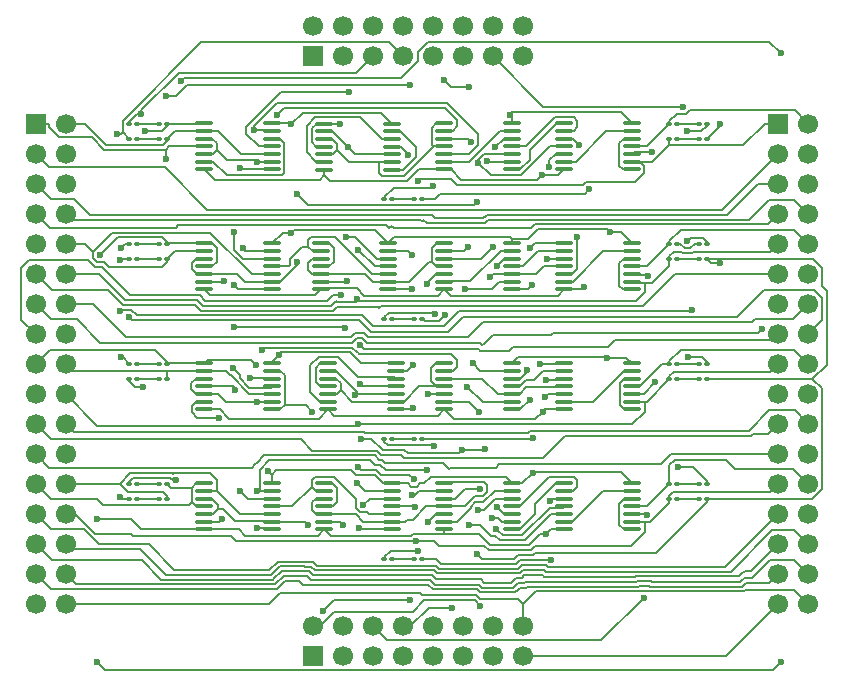
<source format=gtl>
%TF.GenerationSoftware,KiCad,Pcbnew,9.0.2*%
%TF.CreationDate,2025-05-17T19:35:46+02:00*%
%TF.ProjectId,ALU,414c552e-6b69-4636-9164-5f7063625858,rev?*%
%TF.SameCoordinates,Original*%
%TF.FileFunction,Copper,L1,Top*%
%TF.FilePolarity,Positive*%
%FSLAX46Y46*%
G04 Gerber Fmt 4.6, Leading zero omitted, Abs format (unit mm)*
G04 Created by KiCad (PCBNEW 9.0.2) date 2025-05-17 19:35:46*
%MOMM*%
%LPD*%
G01*
G04 APERTURE LIST*
G04 Aperture macros list*
%AMRoundRect*
0 Rectangle with rounded corners*
0 $1 Rounding radius*
0 $2 $3 $4 $5 $6 $7 $8 $9 X,Y pos of 4 corners*
0 Add a 4 corners polygon primitive as box body*
4,1,4,$2,$3,$4,$5,$6,$7,$8,$9,$2,$3,0*
0 Add four circle primitives for the rounded corners*
1,1,$1+$1,$2,$3*
1,1,$1+$1,$4,$5*
1,1,$1+$1,$6,$7*
1,1,$1+$1,$8,$9*
0 Add four rect primitives between the rounded corners*
20,1,$1+$1,$2,$3,$4,$5,0*
20,1,$1+$1,$4,$5,$6,$7,0*
20,1,$1+$1,$6,$7,$8,$9,0*
20,1,$1+$1,$8,$9,$2,$3,0*%
G04 Aperture macros list end*
%TA.AperFunction,SMDPad,CuDef*%
%ADD10RoundRect,0.100000X0.130000X0.100000X-0.130000X0.100000X-0.130000X-0.100000X0.130000X-0.100000X0*%
%TD*%
%TA.AperFunction,ComponentPad*%
%ADD11R,1.700000X1.700000*%
%TD*%
%TA.AperFunction,ComponentPad*%
%ADD12C,1.700000*%
%TD*%
%TA.AperFunction,SMDPad,CuDef*%
%ADD13RoundRect,0.100000X-0.637500X-0.100000X0.637500X-0.100000X0.637500X0.100000X-0.637500X0.100000X0*%
%TD*%
%TA.AperFunction,SMDPad,CuDef*%
%ADD14RoundRect,0.100000X-0.130000X-0.100000X0.130000X-0.100000X0.130000X0.100000X-0.130000X0.100000X0*%
%TD*%
%TA.AperFunction,ViaPad*%
%ADD15C,0.600000*%
%TD*%
%TA.AperFunction,Conductor*%
%ADD16C,0.200000*%
%TD*%
G04 APERTURE END LIST*
D10*
%TO.P,DS1,1,K*%
%TO.N,Net-(DS1-K)*%
X138750000Y-60325000D03*
%TO.P,DS1,2,A*%
%TO.N,S1*%
X138110000Y-60325000D03*
%TD*%
%TO.P,S2,1,K*%
%TO.N,Net-(DS2-K)*%
X138750000Y-70485000D03*
%TO.P,S2,2,A*%
%TO.N,S2*%
X138110000Y-70485000D03*
%TD*%
D11*
%TO.P,JW01,1,Pin_1*%
%TO.N,A0*%
X84455000Y-48895000D03*
D12*
%TO.P,JW01,2,Pin_2*%
%TO.N,B0*%
X86995000Y-48895000D03*
%TO.P,JW01,3,Pin_3*%
%TO.N,PA0*%
X84455000Y-51435000D03*
%TO.P,JW01,4,Pin_4*%
%TO.N,S0*%
X86995000Y-51435000D03*
%TO.P,JW01,5,Pin_5*%
%TO.N,PB0*%
X84455000Y-53975000D03*
%TO.P,JW01,6,Pin_6*%
%TO.N,PD0*%
X86995000Y-53975000D03*
%TO.P,JW01,7,Pin_7*%
%TO.N,PC0*%
X84455000Y-56515000D03*
%TO.P,JW01,8,Pin_8*%
%TO.N,PE0*%
X86995000Y-56515000D03*
%TO.P,JW01,9,Pin_9*%
%TO.N,A1*%
X84455000Y-59055000D03*
%TO.P,JW01,10,Pin_10*%
%TO.N,B1*%
X86995000Y-59055000D03*
%TO.P,JW01,11,Pin_11*%
%TO.N,PA1*%
X84455000Y-61595000D03*
%TO.P,JW01,12,Pin_12*%
%TO.N,S1*%
X86995000Y-61595000D03*
%TO.P,JW01,13,Pin_13*%
%TO.N,PB1*%
X84455000Y-64135000D03*
%TO.P,JW01,14,Pin_14*%
%TO.N,PD1*%
X86995000Y-64135000D03*
%TO.P,JW01,15,Pin_15*%
%TO.N,PC1*%
X84455000Y-66675000D03*
%TO.P,JW01,16,Pin_16*%
%TO.N,PE1*%
X86995000Y-66675000D03*
%TO.P,JW01,17,Pin_17*%
%TO.N,A2*%
X84455000Y-69215000D03*
%TO.P,JW01,18,Pin_18*%
%TO.N,B2*%
X86995000Y-69215000D03*
%TO.P,JW01,19,Pin_19*%
%TO.N,PA2*%
X84455000Y-71755000D03*
%TO.P,JW01,20,Pin_20*%
%TO.N,S2*%
X86995000Y-71755000D03*
%TO.P,JW01,21,Pin_21*%
%TO.N,PB2*%
X84455000Y-74295000D03*
%TO.P,JW01,22,Pin_22*%
%TO.N,PD2*%
X86995000Y-74295000D03*
%TO.P,JW01,23,Pin_23*%
%TO.N,PC2*%
X84455000Y-76835000D03*
%TO.P,JW01,24,Pin_24*%
%TO.N,PE2*%
X86995000Y-76835000D03*
%TO.P,JW01,25,Pin_25*%
%TO.N,A3*%
X84455000Y-79375000D03*
%TO.P,JW01,26,Pin_26*%
%TO.N,B3*%
X86995000Y-79375000D03*
%TO.P,JW01,27,Pin_27*%
%TO.N,PA3*%
X84455000Y-81915000D03*
%TO.P,JW01,28,Pin_28*%
%TO.N,S3*%
X86995000Y-81915000D03*
%TO.P,JW01,29,Pin_29*%
%TO.N,PB3*%
X84455000Y-84455000D03*
%TO.P,JW01,30,Pin_30*%
%TO.N,PD3*%
X86995000Y-84455000D03*
%TO.P,JW01,31,Pin_31*%
%TO.N,PC3*%
X84455000Y-86995000D03*
%TO.P,JW01,32,Pin_32*%
%TO.N,PE3*%
X86995000Y-86995000D03*
%TO.P,JW01,33,Pin_33*%
%TO.N,GND*%
X84455000Y-89535000D03*
%TO.P,JW01,34,Pin_34*%
%TO.N,VDD*%
X86995000Y-89535000D03*
%TD*%
D11*
%TO.P,JE01,1,Pin_1*%
%TO.N,S0*%
X147320000Y-48895000D03*
D12*
%TO.P,JE01,2,Pin_2*%
%TO.N,R0*%
X149860000Y-48895000D03*
%TO.P,JE01,3,Pin_3*%
%TO.N,PA0*%
X147320000Y-51435000D03*
%TO.P,JE01,4,Pin_4*%
%TO.N,unconnected-(JE01-Pin_4-Pad4)*%
X149860000Y-51435000D03*
%TO.P,JE01,5,Pin_5*%
%TO.N,PB0*%
X147320000Y-53975000D03*
%TO.P,JE01,6,Pin_6*%
%TO.N,PD0*%
X149860000Y-53975000D03*
%TO.P,JE01,7,Pin_7*%
%TO.N,PC0*%
X147320000Y-56515000D03*
%TO.P,JE01,8,Pin_8*%
%TO.N,PE0*%
X149860000Y-56515000D03*
%TO.P,JE01,9,Pin_9*%
%TO.N,S1*%
X147320000Y-59055000D03*
%TO.P,JE01,10,Pin_10*%
%TO.N,R1*%
X149860000Y-59055000D03*
%TO.P,JE01,11,Pin_11*%
%TO.N,PA1*%
X147320000Y-61595000D03*
%TO.P,JE01,12,Pin_12*%
%TO.N,unconnected-(JE01-Pin_12-Pad12)*%
X149860000Y-61595000D03*
%TO.P,JE01,13,Pin_13*%
%TO.N,PB1*%
X147320000Y-64135000D03*
%TO.P,JE01,14,Pin_14*%
%TO.N,PD1*%
X149860000Y-64135000D03*
%TO.P,JE01,15,Pin_15*%
%TO.N,PC1*%
X147320000Y-66675000D03*
%TO.P,JE01,16,Pin_16*%
%TO.N,PE1*%
X149860000Y-66675000D03*
%TO.P,JE01,17,Pin_17*%
%TO.N,S2*%
X147320000Y-69215000D03*
%TO.P,JE01,18,Pin_18*%
%TO.N,R2*%
X149860000Y-69215000D03*
%TO.P,JE01,19,Pin_19*%
%TO.N,PA2*%
X147320000Y-71755000D03*
%TO.P,JE01,20,Pin_20*%
%TO.N,unconnected-(JE01-Pin_20-Pad20)*%
X149860000Y-71755000D03*
%TO.P,JE01,21,Pin_21*%
%TO.N,PB2*%
X147320000Y-74295000D03*
%TO.P,JE01,22,Pin_22*%
%TO.N,PD2*%
X149860000Y-74295000D03*
%TO.P,JE01,23,Pin_23*%
%TO.N,PC2*%
X147320000Y-76835000D03*
%TO.P,JE01,24,Pin_24*%
%TO.N,PE2*%
X149860000Y-76835000D03*
%TO.P,JE01,25,Pin_25*%
%TO.N,S3*%
X147320000Y-79375000D03*
%TO.P,JE01,26,Pin_26*%
%TO.N,R3*%
X149860000Y-79375000D03*
%TO.P,JE01,27,Pin_27*%
%TO.N,PA3*%
X147320000Y-81915000D03*
%TO.P,JE01,28,Pin_28*%
%TO.N,unconnected-(JE01-Pin_28-Pad28)*%
X149860000Y-81915000D03*
%TO.P,JE01,29,Pin_29*%
%TO.N,PB3*%
X147320000Y-84455000D03*
%TO.P,JE01,30,Pin_30*%
%TO.N,PD3*%
X149860000Y-84455000D03*
%TO.P,JE01,31,Pin_31*%
%TO.N,PC3*%
X147320000Y-86995000D03*
%TO.P,JE01,32,Pin_32*%
%TO.N,PE3*%
X149860000Y-86995000D03*
%TO.P,JE01,33,Pin_33*%
%TO.N,GND*%
X147320000Y-89535000D03*
%TO.P,JE01,34,Pin_34*%
%TO.N,VDD*%
X149860000Y-89535000D03*
%TD*%
D13*
%TO.P,U22,1*%
%TO.N,/ALUSlice2/Cin*%
X109220000Y-69170000D03*
%TO.P,U22,2*%
%TO.N,Net-(U21-Pad11)*%
X109220000Y-69820000D03*
%TO.P,U22,3*%
%TO.N,Net-(U22-Pad3)*%
X109220000Y-70470000D03*
%TO.P,U22,4*%
%TO.N,/ALUSlice2/Cin*%
X109220000Y-71120000D03*
%TO.P,U22,5*%
%TO.N,Net-(U22-Pad3)*%
X109220000Y-71770000D03*
%TO.P,U22,6*%
%TO.N,Net-(U22-Pad12)*%
X109220000Y-72420000D03*
%TO.P,U22,7,GND*%
%TO.N,GND*%
X109220000Y-73070000D03*
%TO.P,U22,8*%
%TO.N,Net-(U22-Pad13)*%
X114945000Y-73070000D03*
%TO.P,U22,9*%
%TO.N,Net-(U22-Pad3)*%
X114945000Y-72420000D03*
%TO.P,U22,10*%
%TO.N,Net-(U21-Pad11)*%
X114945000Y-71770000D03*
%TO.P,U22,11*%
%TO.N,S2*%
X114945000Y-71120000D03*
%TO.P,U22,12*%
%TO.N,Net-(U22-Pad12)*%
X114945000Y-70470000D03*
%TO.P,U22,13*%
%TO.N,Net-(U22-Pad13)*%
X114945000Y-69820000D03*
%TO.P,U22,14,VCC*%
%TO.N,VDD*%
X114945000Y-69170000D03*
%TD*%
D14*
%TO.P,DC3,1,K*%
%TO.N,Net-(DC3-K)*%
X116520000Y-85725000D03*
%TO.P,DC3,2,A*%
%TO.N,/ALUSlice3/C*%
X117160000Y-85725000D03*
%TD*%
%TO.P,DB1,1,K*%
%TO.N,Net-(DB1-K)*%
X94930000Y-60325000D03*
%TO.P,DB1,2,A*%
%TO.N,B1*%
X95570000Y-60325000D03*
%TD*%
D10*
%TO.P,RC2,1*%
%TO.N,Net-(DC2-K)*%
X114620000Y-75565000D03*
%TO.P,RC2,2*%
%TO.N,GNDC*%
X113980000Y-75565000D03*
%TD*%
D14*
%TO.P,DC2,1,K*%
%TO.N,Net-(DC2-K)*%
X116520000Y-75565000D03*
%TO.P,DC2,2,A*%
%TO.N,/ALUSlice2/C*%
X117160000Y-75565000D03*
%TD*%
D13*
%TO.P,U34,1*%
%TO.N,Net-(U33-Pad8)*%
X129217500Y-79330000D03*
%TO.P,U34,2*%
%TO.N,Net-(U33-Pad11)*%
X129217500Y-79980000D03*
%TO.P,U34,3*%
%TO.N,/ALUSlice3/C*%
X129217500Y-80630000D03*
%TO.P,U34,4*%
%TO.N,Net-(U33-Pad10)*%
X129217500Y-81280000D03*
%TO.P,U34,5*%
%TO.N,AND*%
X129217500Y-81930000D03*
%TO.P,U34,6*%
%TO.N,Net-(U34-Pad13)*%
X129217500Y-82580000D03*
%TO.P,U34,7,GND*%
%TO.N,GND*%
X129217500Y-83230000D03*
%TO.P,U34,8*%
%TO.N,Net-(U34-Pad12)*%
X134942500Y-83230000D03*
%TO.P,U34,9*%
%TO.N,S3*%
X134942500Y-82580000D03*
%TO.P,U34,10*%
%TO.N,XOR*%
X134942500Y-81930000D03*
%TO.P,U34,11*%
%TO.N,R3*%
X134942500Y-81280000D03*
%TO.P,U34,12*%
%TO.N,Net-(U34-Pad12)*%
X134942500Y-80630000D03*
%TO.P,U34,13*%
%TO.N,Net-(U34-Pad13)*%
X134942500Y-79980000D03*
%TO.P,U34,14,VCC*%
%TO.N,VDD*%
X134942500Y-79330000D03*
%TD*%
%TO.P,U23,1*%
%TO.N,Net-(U22-Pad3)*%
X119057500Y-69170000D03*
%TO.P,U23,2*%
%TO.N,Net-(U21-Pad3)*%
X119057500Y-69820000D03*
%TO.P,U23,3*%
%TO.N,Net-(U23-Pad10)*%
X119057500Y-70470000D03*
%TO.P,U23,4*%
%TO.N,Net-(U22-Pad3)*%
X119057500Y-71120000D03*
%TO.P,U23,5*%
%TO.N,Net-(U21-Pad13)*%
X119057500Y-71770000D03*
%TO.P,U23,6*%
%TO.N,Net-(U23-Pad13)*%
X119057500Y-72420000D03*
%TO.P,U23,7,GND*%
%TO.N,GND*%
X119057500Y-73070000D03*
%TO.P,U23,8*%
%TO.N,Net-(U23-Pad8)*%
X124782500Y-73070000D03*
%TO.P,U23,9*%
%TO.N,ADD*%
X124782500Y-72420000D03*
%TO.P,U23,10*%
%TO.N,Net-(U23-Pad10)*%
X124782500Y-71770000D03*
%TO.P,U23,11*%
%TO.N,Net-(U23-Pad11)*%
X124782500Y-71120000D03*
%TO.P,U23,12*%
%TO.N,SUB*%
X124782500Y-70470000D03*
%TO.P,U23,13*%
%TO.N,Net-(U23-Pad13)*%
X124782500Y-69820000D03*
%TO.P,U23,14,VCC*%
%TO.N,VDD*%
X124782500Y-69170000D03*
%TD*%
%TO.P,U12,1*%
%TO.N,/ALUSlice1/Cin*%
X108585000Y-59010000D03*
%TO.P,U12,2*%
%TO.N,Net-(U11-Pad11)*%
X108585000Y-59660000D03*
%TO.P,U12,3*%
%TO.N,Net-(U12-Pad3)*%
X108585000Y-60310000D03*
%TO.P,U12,4*%
%TO.N,/ALUSlice1/Cin*%
X108585000Y-60960000D03*
%TO.P,U12,5*%
%TO.N,Net-(U12-Pad3)*%
X108585000Y-61610000D03*
%TO.P,U12,6*%
%TO.N,Net-(U12-Pad12)*%
X108585000Y-62260000D03*
%TO.P,U12,7,GND*%
%TO.N,GND*%
X108585000Y-62910000D03*
%TO.P,U12,8*%
%TO.N,Net-(U12-Pad13)*%
X114310000Y-62910000D03*
%TO.P,U12,9*%
%TO.N,Net-(U12-Pad3)*%
X114310000Y-62260000D03*
%TO.P,U12,10*%
%TO.N,Net-(U11-Pad11)*%
X114310000Y-61610000D03*
%TO.P,U12,11*%
%TO.N,S1*%
X114310000Y-60960000D03*
%TO.P,U12,12*%
%TO.N,Net-(U12-Pad12)*%
X114310000Y-60310000D03*
%TO.P,U12,13*%
%TO.N,Net-(U12-Pad13)*%
X114310000Y-59660000D03*
%TO.P,U12,14,VCC*%
%TO.N,VDD*%
X114310000Y-59010000D03*
%TD*%
D14*
%TO.P,DB3,1,K*%
%TO.N,Net-(DB3-K)*%
X94930000Y-80645000D03*
%TO.P,DB3,2,A*%
%TO.N,B3*%
X95570000Y-80645000D03*
%TD*%
D10*
%TO.P,RC1,1*%
%TO.N,Net-(DC1-K)*%
X114620000Y-65405000D03*
%TO.P,RC1,2*%
%TO.N,GNDC*%
X113980000Y-65405000D03*
%TD*%
D13*
%TO.P,U31,1*%
%TO.N,A3*%
X98737500Y-79330000D03*
%TO.P,U31,2*%
%TO.N,B3*%
X98737500Y-79980000D03*
%TO.P,U31,3*%
%TO.N,Net-(U31-Pad3)*%
X98737500Y-80630000D03*
%TO.P,U31,4*%
%TO.N,A3*%
X98737500Y-81280000D03*
%TO.P,U31,5*%
%TO.N,Net-(U31-Pad3)*%
X98737500Y-81930000D03*
%TO.P,U31,6*%
%TO.N,Net-(U31-Pad12)*%
X98737500Y-82580000D03*
%TO.P,U31,7,GND*%
%TO.N,GND*%
X98737500Y-83230000D03*
%TO.P,U31,8*%
%TO.N,Net-(U31-Pad13)*%
X104462500Y-83230000D03*
%TO.P,U31,9*%
%TO.N,Net-(U31-Pad3)*%
X104462500Y-82580000D03*
%TO.P,U31,10*%
%TO.N,B3*%
X104462500Y-81930000D03*
%TO.P,U31,11*%
%TO.N,Net-(U31-Pad11)*%
X104462500Y-81280000D03*
%TO.P,U31,12*%
%TO.N,Net-(U31-Pad12)*%
X104462500Y-80630000D03*
%TO.P,U31,13*%
%TO.N,Net-(U31-Pad13)*%
X104462500Y-79980000D03*
%TO.P,U31,14,VCC*%
%TO.N,VDD*%
X104462500Y-79330000D03*
%TD*%
D14*
%TO.P,RS1,1*%
%TO.N,Net-(DS1-K)*%
X140650000Y-60325000D03*
%TO.P,RS1,2*%
%TO.N,GNDS*%
X141290000Y-60325000D03*
%TD*%
D10*
%TO.P,RA3,1*%
%TO.N,Net-(DA3-K)*%
X93030000Y-79375000D03*
%TO.P,RA3,2*%
%TO.N,GNDA*%
X92390000Y-79375000D03*
%TD*%
D14*
%TO.P,DA0,1,K*%
%TO.N,Net-(DA0-K)*%
X94930000Y-48895000D03*
%TO.P,DA0,2,A*%
%TO.N,A0*%
X95570000Y-48895000D03*
%TD*%
D13*
%TO.P,U11,1*%
%TO.N,A1*%
X98737500Y-59010000D03*
%TO.P,U11,2*%
%TO.N,B1*%
X98737500Y-59660000D03*
%TO.P,U11,3*%
%TO.N,Net-(U11-Pad3)*%
X98737500Y-60310000D03*
%TO.P,U11,4*%
%TO.N,A1*%
X98737500Y-60960000D03*
%TO.P,U11,5*%
%TO.N,Net-(U11-Pad3)*%
X98737500Y-61610000D03*
%TO.P,U11,6*%
%TO.N,Net-(U11-Pad12)*%
X98737500Y-62260000D03*
%TO.P,U11,7,GND*%
%TO.N,GND*%
X98737500Y-62910000D03*
%TO.P,U11,8*%
%TO.N,Net-(U11-Pad13)*%
X104462500Y-62910000D03*
%TO.P,U11,9*%
%TO.N,Net-(U11-Pad3)*%
X104462500Y-62260000D03*
%TO.P,U11,10*%
%TO.N,B1*%
X104462500Y-61610000D03*
%TO.P,U11,11*%
%TO.N,Net-(U11-Pad11)*%
X104462500Y-60960000D03*
%TO.P,U11,12*%
%TO.N,Net-(U11-Pad12)*%
X104462500Y-60310000D03*
%TO.P,U11,13*%
%TO.N,Net-(U11-Pad13)*%
X104462500Y-59660000D03*
%TO.P,U11,14,VCC*%
%TO.N,VDD*%
X104462500Y-59010000D03*
%TD*%
D14*
%TO.P,RR0,1*%
%TO.N,Net-(DR0-K)*%
X140650000Y-48895000D03*
%TO.P,RR0,2*%
%TO.N,GNDR*%
X141290000Y-48895000D03*
%TD*%
%TO.P,DA3,1,K*%
%TO.N,Net-(DA3-K)*%
X94930000Y-79375000D03*
%TO.P,DA3,2,A*%
%TO.N,A3*%
X95570000Y-79375000D03*
%TD*%
D10*
%TO.P,RA1,1*%
%TO.N,Net-(DA1-K)*%
X93030000Y-59055000D03*
%TO.P,RA1,2*%
%TO.N,GNDA*%
X92390000Y-59055000D03*
%TD*%
%TO.P,S0,1,K*%
%TO.N,Net-(DS0-K)*%
X138750000Y-50165000D03*
%TO.P,S0,2,A*%
%TO.N,S0*%
X138110000Y-50165000D03*
%TD*%
%TO.P,DR2,1,K*%
%TO.N,Net-(DR2-K)*%
X138750000Y-69215000D03*
%TO.P,DR2,2,A*%
%TO.N,R2*%
X138110000Y-69215000D03*
%TD*%
D14*
%TO.P,RR2,1*%
%TO.N,Net-(DR2-K)*%
X140650000Y-69215000D03*
%TO.P,RR2,2*%
%TO.N,GNDR*%
X141290000Y-69215000D03*
%TD*%
D10*
%TO.P,RC0,1*%
%TO.N,Net-(DC0-K)*%
X114620000Y-55245000D03*
%TO.P,RC0,2*%
%TO.N,GNDC*%
X113980000Y-55245000D03*
%TD*%
%TO.P,RA2,1*%
%TO.N,Net-(DA2-K)*%
X93030000Y-69215000D03*
%TO.P,RA2,2*%
%TO.N,GNDA*%
X92390000Y-69215000D03*
%TD*%
D13*
%TO.P,U32,1*%
%TO.N,/ALUSlice3/Cin*%
X108897500Y-79330000D03*
%TO.P,U32,2*%
%TO.N,Net-(U31-Pad11)*%
X108897500Y-79980000D03*
%TO.P,U32,3*%
%TO.N,Net-(U32-Pad3)*%
X108897500Y-80630000D03*
%TO.P,U32,4*%
%TO.N,/ALUSlice3/Cin*%
X108897500Y-81280000D03*
%TO.P,U32,5*%
%TO.N,Net-(U32-Pad3)*%
X108897500Y-81930000D03*
%TO.P,U32,6*%
%TO.N,Net-(U32-Pad12)*%
X108897500Y-82580000D03*
%TO.P,U32,7,GND*%
%TO.N,GND*%
X108897500Y-83230000D03*
%TO.P,U32,8*%
%TO.N,Net-(U32-Pad13)*%
X114622500Y-83230000D03*
%TO.P,U32,9*%
%TO.N,Net-(U32-Pad3)*%
X114622500Y-82580000D03*
%TO.P,U32,10*%
%TO.N,Net-(U31-Pad11)*%
X114622500Y-81930000D03*
%TO.P,U32,11*%
%TO.N,S3*%
X114622500Y-81280000D03*
%TO.P,U32,12*%
%TO.N,Net-(U32-Pad12)*%
X114622500Y-80630000D03*
%TO.P,U32,13*%
%TO.N,Net-(U32-Pad13)*%
X114622500Y-79980000D03*
%TO.P,U32,14,VCC*%
%TO.N,VDD*%
X114622500Y-79330000D03*
%TD*%
%TO.P,U01,1*%
%TO.N,A0*%
X98737500Y-48850000D03*
%TO.P,U01,2*%
%TO.N,B0*%
X98737500Y-49500000D03*
%TO.P,U01,3*%
%TO.N,Net-(U01-Pad3)*%
X98737500Y-50150000D03*
%TO.P,U01,4*%
%TO.N,A0*%
X98737500Y-50800000D03*
%TO.P,U01,5*%
%TO.N,Net-(U01-Pad3)*%
X98737500Y-51450000D03*
%TO.P,U01,6*%
%TO.N,Net-(U01-Pad12)*%
X98737500Y-52100000D03*
%TO.P,U01,7,GND*%
%TO.N,GND*%
X98737500Y-52750000D03*
%TO.P,U01,8*%
%TO.N,Net-(U01-Pad13)*%
X104462500Y-52750000D03*
%TO.P,U01,9*%
%TO.N,Net-(U01-Pad3)*%
X104462500Y-52100000D03*
%TO.P,U01,10*%
%TO.N,B0*%
X104462500Y-51450000D03*
%TO.P,U01,11*%
%TO.N,Net-(U01-Pad11)*%
X104462500Y-50800000D03*
%TO.P,U01,12*%
%TO.N,Net-(U01-Pad12)*%
X104462500Y-50150000D03*
%TO.P,U01,13*%
%TO.N,Net-(U01-Pad13)*%
X104462500Y-49500000D03*
%TO.P,U01,14,VCC*%
%TO.N,VDD*%
X104462500Y-48850000D03*
%TD*%
D14*
%TO.P,DC0,1,K*%
%TO.N,Net-(DC0-K)*%
X116520000Y-55245000D03*
%TO.P,DC0,2,A*%
%TO.N,/ALUSlice0/C*%
X117160000Y-55245000D03*
%TD*%
%TO.P,DA2,1,K*%
%TO.N,Net-(DA2-K)*%
X94930000Y-69215000D03*
%TO.P,DA2,2,A*%
%TO.N,A2*%
X95570000Y-69215000D03*
%TD*%
D13*
%TO.P,U24,1*%
%TO.N,Net-(U23-Pad8)*%
X129217500Y-69170000D03*
%TO.P,U24,2*%
%TO.N,Net-(U23-Pad11)*%
X129217500Y-69820000D03*
%TO.P,U24,3*%
%TO.N,/ALUSlice2/C*%
X129217500Y-70470000D03*
%TO.P,U24,4*%
%TO.N,Net-(U23-Pad10)*%
X129217500Y-71120000D03*
%TO.P,U24,5*%
%TO.N,AND*%
X129217500Y-71770000D03*
%TO.P,U24,6*%
%TO.N,Net-(U24-Pad13)*%
X129217500Y-72420000D03*
%TO.P,U24,7,GND*%
%TO.N,GND*%
X129217500Y-73070000D03*
%TO.P,U24,8*%
%TO.N,Net-(U24-Pad12)*%
X134942500Y-73070000D03*
%TO.P,U24,9*%
%TO.N,S2*%
X134942500Y-72420000D03*
%TO.P,U24,10*%
%TO.N,XOR*%
X134942500Y-71770000D03*
%TO.P,U24,11*%
%TO.N,R2*%
X134942500Y-71120000D03*
%TO.P,U24,12*%
%TO.N,Net-(U24-Pad12)*%
X134942500Y-70470000D03*
%TO.P,U24,13*%
%TO.N,Net-(U24-Pad13)*%
X134942500Y-69820000D03*
%TO.P,U24,14,VCC*%
%TO.N,VDD*%
X134942500Y-69170000D03*
%TD*%
%TO.P,U04,1*%
%TO.N,Net-(U03-Pad8)*%
X129217500Y-48850000D03*
%TO.P,U04,2*%
%TO.N,Net-(U03-Pad11)*%
X129217500Y-49500000D03*
%TO.P,U04,3*%
%TO.N,/ALUSlice0/C*%
X129217500Y-50150000D03*
%TO.P,U04,4*%
%TO.N,Net-(U03-Pad10)*%
X129217500Y-50800000D03*
%TO.P,U04,5*%
%TO.N,AND*%
X129217500Y-51450000D03*
%TO.P,U04,6*%
%TO.N,Net-(U04-Pad13)*%
X129217500Y-52100000D03*
%TO.P,U04,7,GND*%
%TO.N,GND*%
X129217500Y-52750000D03*
%TO.P,U04,8*%
%TO.N,Net-(U04-Pad12)*%
X134942500Y-52750000D03*
%TO.P,U04,9*%
%TO.N,S0*%
X134942500Y-52100000D03*
%TO.P,U04,10*%
%TO.N,XOR*%
X134942500Y-51450000D03*
%TO.P,U04,11*%
%TO.N,R0*%
X134942500Y-50800000D03*
%TO.P,U04,12*%
%TO.N,Net-(U04-Pad12)*%
X134942500Y-50150000D03*
%TO.P,U04,13*%
%TO.N,Net-(U04-Pad13)*%
X134942500Y-49500000D03*
%TO.P,U04,14,VCC*%
%TO.N,VDD*%
X134942500Y-48850000D03*
%TD*%
%TO.P,U21,1*%
%TO.N,A2*%
X98737500Y-69170000D03*
%TO.P,U21,2*%
%TO.N,B2*%
X98737500Y-69820000D03*
%TO.P,U21,3*%
%TO.N,Net-(U21-Pad3)*%
X98737500Y-70470000D03*
%TO.P,U21,4*%
%TO.N,A2*%
X98737500Y-71120000D03*
%TO.P,U21,5*%
%TO.N,Net-(U21-Pad3)*%
X98737500Y-71770000D03*
%TO.P,U21,6*%
%TO.N,Net-(U21-Pad12)*%
X98737500Y-72420000D03*
%TO.P,U21,7,GND*%
%TO.N,GND*%
X98737500Y-73070000D03*
%TO.P,U21,8*%
%TO.N,Net-(U21-Pad13)*%
X104462500Y-73070000D03*
%TO.P,U21,9*%
%TO.N,Net-(U21-Pad3)*%
X104462500Y-72420000D03*
%TO.P,U21,10*%
%TO.N,B2*%
X104462500Y-71770000D03*
%TO.P,U21,11*%
%TO.N,Net-(U21-Pad11)*%
X104462500Y-71120000D03*
%TO.P,U21,12*%
%TO.N,Net-(U21-Pad12)*%
X104462500Y-70470000D03*
%TO.P,U21,13*%
%TO.N,Net-(U21-Pad13)*%
X104462500Y-69820000D03*
%TO.P,U21,14,VCC*%
%TO.N,VDD*%
X104462500Y-69170000D03*
%TD*%
D14*
%TO.P,RR3,1*%
%TO.N,Net-(DR3-K)*%
X140650000Y-79375000D03*
%TO.P,RR3,2*%
%TO.N,GNDR*%
X141290000Y-79375000D03*
%TD*%
%TO.P,DA1,1,K*%
%TO.N,Net-(DA1-K)*%
X94930000Y-59055000D03*
%TO.P,DA1,2,A*%
%TO.N,A1*%
X95570000Y-59055000D03*
%TD*%
D10*
%TO.P,RB0,1*%
%TO.N,Net-(DB0-K)*%
X93030000Y-50165000D03*
%TO.P,RB0,2*%
%TO.N,GNDB*%
X92390000Y-50165000D03*
%TD*%
%TO.P,RC3,1*%
%TO.N,Net-(DC3-K)*%
X114620000Y-85725000D03*
%TO.P,RC3,2*%
%TO.N,GNDC*%
X113980000Y-85725000D03*
%TD*%
%TO.P,DR1,1,K*%
%TO.N,Net-(DR1-K)*%
X138750000Y-59055000D03*
%TO.P,DR1,2,A*%
%TO.N,R1*%
X138110000Y-59055000D03*
%TD*%
%TO.P,RB1,1*%
%TO.N,Net-(DB1-K)*%
X93030000Y-60325000D03*
%TO.P,RB1,2*%
%TO.N,GNDB*%
X92390000Y-60325000D03*
%TD*%
D13*
%TO.P,U13,1*%
%TO.N,Net-(U12-Pad3)*%
X119057500Y-59010000D03*
%TO.P,U13,2*%
%TO.N,Net-(U11-Pad3)*%
X119057500Y-59660000D03*
%TO.P,U13,3*%
%TO.N,Net-(U13-Pad10)*%
X119057500Y-60310000D03*
%TO.P,U13,4*%
%TO.N,Net-(U12-Pad3)*%
X119057500Y-60960000D03*
%TO.P,U13,5*%
%TO.N,Net-(U11-Pad13)*%
X119057500Y-61610000D03*
%TO.P,U13,6*%
%TO.N,Net-(U13-Pad13)*%
X119057500Y-62260000D03*
%TO.P,U13,7,GND*%
%TO.N,GND*%
X119057500Y-62910000D03*
%TO.P,U13,8*%
%TO.N,Net-(U13-Pad8)*%
X124782500Y-62910000D03*
%TO.P,U13,9*%
%TO.N,ADD*%
X124782500Y-62260000D03*
%TO.P,U13,10*%
%TO.N,Net-(U13-Pad10)*%
X124782500Y-61610000D03*
%TO.P,U13,11*%
%TO.N,Net-(U13-Pad11)*%
X124782500Y-60960000D03*
%TO.P,U13,12*%
%TO.N,SUB*%
X124782500Y-60310000D03*
%TO.P,U13,13*%
%TO.N,Net-(U13-Pad13)*%
X124782500Y-59660000D03*
%TO.P,U13,14,VCC*%
%TO.N,VDD*%
X124782500Y-59010000D03*
%TD*%
%TO.P,U03,1*%
%TO.N,Net-(U02-Pad3)*%
X119057500Y-48850000D03*
%TO.P,U03,2*%
%TO.N,Net-(U01-Pad3)*%
X119057500Y-49500000D03*
%TO.P,U03,3*%
%TO.N,Net-(U03-Pad10)*%
X119057500Y-50150000D03*
%TO.P,U03,4*%
%TO.N,Net-(U02-Pad3)*%
X119057500Y-50800000D03*
%TO.P,U03,5*%
%TO.N,Net-(U01-Pad13)*%
X119057500Y-51450000D03*
%TO.P,U03,6*%
%TO.N,Net-(U03-Pad13)*%
X119057500Y-52100000D03*
%TO.P,U03,7,GND*%
%TO.N,GND*%
X119057500Y-52750000D03*
%TO.P,U03,8*%
%TO.N,Net-(U03-Pad8)*%
X124782500Y-52750000D03*
%TO.P,U03,9*%
%TO.N,ADD*%
X124782500Y-52100000D03*
%TO.P,U03,10*%
%TO.N,Net-(U03-Pad10)*%
X124782500Y-51450000D03*
%TO.P,U03,11*%
%TO.N,Net-(U03-Pad11)*%
X124782500Y-50800000D03*
%TO.P,U03,12*%
%TO.N,SUB*%
X124782500Y-50150000D03*
%TO.P,U03,13*%
%TO.N,Net-(U03-Pad13)*%
X124782500Y-49500000D03*
%TO.P,U03,14,VCC*%
%TO.N,VDD*%
X124782500Y-48850000D03*
%TD*%
D10*
%TO.P,DR0,1,K*%
%TO.N,Net-(DR0-K)*%
X138750000Y-48895000D03*
%TO.P,DR0,2,A*%
%TO.N,R0*%
X138110000Y-48895000D03*
%TD*%
%TO.P,DR3,1,K*%
%TO.N,Net-(DR3-K)*%
X138750000Y-79375000D03*
%TO.P,DR3,2,A*%
%TO.N,R3*%
X138110000Y-79375000D03*
%TD*%
D14*
%TO.P,DB0,1,K*%
%TO.N,Net-(DB0-K)*%
X94930000Y-50165000D03*
%TO.P,DB0,2,A*%
%TO.N,B0*%
X95570000Y-50165000D03*
%TD*%
D13*
%TO.P,U02,1*%
%TO.N,Cin*%
X108897500Y-48880000D03*
%TO.P,U02,2*%
%TO.N,Net-(U01-Pad11)*%
X108897500Y-49530000D03*
%TO.P,U02,3*%
%TO.N,Net-(U02-Pad3)*%
X108897500Y-50180000D03*
%TO.P,U02,4*%
%TO.N,Cin*%
X108897500Y-50830000D03*
%TO.P,U02,5*%
%TO.N,Net-(U02-Pad3)*%
X108897500Y-51480000D03*
%TO.P,U02,6*%
%TO.N,Net-(U02-Pad12)*%
X108897500Y-52130000D03*
%TO.P,U02,7,GND*%
%TO.N,GND*%
X108897500Y-52780000D03*
%TO.P,U02,8*%
%TO.N,Net-(U02-Pad13)*%
X114622500Y-52780000D03*
%TO.P,U02,9*%
%TO.N,Net-(U02-Pad3)*%
X114622500Y-52130000D03*
%TO.P,U02,10*%
%TO.N,Net-(U01-Pad11)*%
X114622500Y-51480000D03*
%TO.P,U02,11*%
%TO.N,S0*%
X114622500Y-50830000D03*
%TO.P,U02,12*%
%TO.N,Net-(U02-Pad12)*%
X114622500Y-50180000D03*
%TO.P,U02,13*%
%TO.N,Net-(U02-Pad13)*%
X114622500Y-49530000D03*
%TO.P,U02,14,VCC*%
%TO.N,VDD*%
X114622500Y-48880000D03*
%TD*%
D14*
%TO.P,DC1,1,K*%
%TO.N,Net-(DC1-K)*%
X116520000Y-65405000D03*
%TO.P,DC1,2,A*%
%TO.N,/ALUSlice1/C*%
X117160000Y-65405000D03*
%TD*%
D11*
%TO.P,JS1,1,Pin_1*%
%TO.N,C*%
X107950000Y-93985000D03*
D12*
%TO.P,JS1,2,Pin_2*%
%TO.N,ADD*%
X107950000Y-91445000D03*
%TO.P,JS1,3,Pin_3*%
%TO.N,unconnected-(JS1-Pin_3-Pad3)*%
X110490000Y-93985000D03*
%TO.P,JS1,4,Pin_4*%
%TO.N,SUB*%
X110490000Y-91445000D03*
%TO.P,JS1,5,Pin_5*%
%TO.N,GNDA*%
X113030000Y-93985000D03*
%TO.P,JS1,6,Pin_6*%
%TO.N,XOR*%
X113030000Y-91445000D03*
%TO.P,JS1,7,Pin_7*%
%TO.N,GNDB*%
X115570000Y-93985000D03*
%TO.P,JS1,8,Pin_8*%
%TO.N,AND*%
X115570000Y-91445000D03*
%TO.P,JS1,9,Pin_9*%
%TO.N,GNDC*%
X118110000Y-93985000D03*
%TO.P,JS1,10,Pin_10*%
%TO.N,unconnected-(JS1-Pin_10-Pad10)*%
X118110000Y-91445000D03*
%TO.P,JS1,11,Pin_11*%
%TO.N,GNDS*%
X120650000Y-93985000D03*
%TO.P,JS1,12,Pin_12*%
%TO.N,unconnected-(JS1-Pin_12-Pad12)*%
X120650000Y-91445000D03*
%TO.P,JS1,13,Pin_13*%
%TO.N,GNDR*%
X123190000Y-93985000D03*
%TO.P,JS1,14,Pin_14*%
%TO.N,unconnected-(JS1-Pin_14-Pad14)*%
X123190000Y-91445000D03*
%TO.P,JS1,15,Pin_15*%
%TO.N,GND*%
X125730000Y-93985000D03*
%TO.P,JS1,16,Pin_16*%
%TO.N,VDD*%
X125730000Y-91445000D03*
%TD*%
D14*
%TO.P,DB2,1,K*%
%TO.N,Net-(DB2-K)*%
X94930000Y-70485000D03*
%TO.P,DB2,2,A*%
%TO.N,B2*%
X95570000Y-70485000D03*
%TD*%
D13*
%TO.P,U14,1*%
%TO.N,Net-(U13-Pad8)*%
X129217500Y-59010000D03*
%TO.P,U14,2*%
%TO.N,Net-(U13-Pad11)*%
X129217500Y-59660000D03*
%TO.P,U14,3*%
%TO.N,/ALUSlice1/C*%
X129217500Y-60310000D03*
%TO.P,U14,4*%
%TO.N,Net-(U13-Pad10)*%
X129217500Y-60960000D03*
%TO.P,U14,5*%
%TO.N,AND*%
X129217500Y-61610000D03*
%TO.P,U14,6*%
%TO.N,Net-(U14-Pad13)*%
X129217500Y-62260000D03*
%TO.P,U14,7,GND*%
%TO.N,GND*%
X129217500Y-62910000D03*
%TO.P,U14,8*%
%TO.N,Net-(U14-Pad12)*%
X134942500Y-62910000D03*
%TO.P,U14,9*%
%TO.N,S1*%
X134942500Y-62260000D03*
%TO.P,U14,10*%
%TO.N,XOR*%
X134942500Y-61610000D03*
%TO.P,U14,11*%
%TO.N,R1*%
X134942500Y-60960000D03*
%TO.P,U14,12*%
%TO.N,Net-(U14-Pad12)*%
X134942500Y-60310000D03*
%TO.P,U14,13*%
%TO.N,Net-(U14-Pad13)*%
X134942500Y-59660000D03*
%TO.P,U14,14,VCC*%
%TO.N,VDD*%
X134942500Y-59010000D03*
%TD*%
D14*
%TO.P,RS3,1*%
%TO.N,Net-(DS3-K)*%
X140650000Y-80645000D03*
%TO.P,RS3,2*%
%TO.N,GNDS*%
X141290000Y-80645000D03*
%TD*%
D13*
%TO.P,U33,1*%
%TO.N,Net-(U32-Pad3)*%
X119057500Y-79330000D03*
%TO.P,U33,2*%
%TO.N,Net-(U31-Pad3)*%
X119057500Y-79980000D03*
%TO.P,U33,3*%
%TO.N,Net-(U33-Pad10)*%
X119057500Y-80630000D03*
%TO.P,U33,4*%
%TO.N,Net-(U32-Pad3)*%
X119057500Y-81280000D03*
%TO.P,U33,5*%
%TO.N,Net-(U31-Pad13)*%
X119057500Y-81930000D03*
%TO.P,U33,6*%
%TO.N,Net-(U33-Pad13)*%
X119057500Y-82580000D03*
%TO.P,U33,7,GND*%
%TO.N,GND*%
X119057500Y-83230000D03*
%TO.P,U33,8*%
%TO.N,Net-(U33-Pad8)*%
X124782500Y-83230000D03*
%TO.P,U33,9*%
%TO.N,ADD*%
X124782500Y-82580000D03*
%TO.P,U33,10*%
%TO.N,Net-(U33-Pad10)*%
X124782500Y-81930000D03*
%TO.P,U33,11*%
%TO.N,Net-(U33-Pad11)*%
X124782500Y-81280000D03*
%TO.P,U33,12*%
%TO.N,SUB*%
X124782500Y-80630000D03*
%TO.P,U33,13*%
%TO.N,Net-(U33-Pad13)*%
X124782500Y-79980000D03*
%TO.P,U33,14,VCC*%
%TO.N,VDD*%
X124782500Y-79330000D03*
%TD*%
D14*
%TO.P,RR1,1*%
%TO.N,Net-(DR1-K)*%
X140650000Y-59055000D03*
%TO.P,RR1,2*%
%TO.N,GNDR*%
X141290000Y-59055000D03*
%TD*%
%TO.P,RS2,1*%
%TO.N,Net-(DS2-K)*%
X140650000Y-70485000D03*
%TO.P,RS2,2*%
%TO.N,GNDS*%
X141290000Y-70485000D03*
%TD*%
D11*
%TO.P,JN1,1,Pin_1*%
%TO.N,Cin*%
X107950000Y-43185000D03*
D12*
%TO.P,JN1,2,Pin_2*%
%TO.N,ADD*%
X107950000Y-40645000D03*
%TO.P,JN1,3,Pin_3*%
%TO.N,unconnected-(JN1-Pin_3-Pad3)*%
X110490000Y-43185000D03*
%TO.P,JN1,4,Pin_4*%
%TO.N,SUB*%
X110490000Y-40645000D03*
%TO.P,JN1,5,Pin_5*%
%TO.N,GNDA*%
X113030000Y-43185000D03*
%TO.P,JN1,6,Pin_6*%
%TO.N,XOR*%
X113030000Y-40645000D03*
%TO.P,JN1,7,Pin_7*%
%TO.N,GNDB*%
X115570000Y-43185000D03*
%TO.P,JN1,8,Pin_8*%
%TO.N,AND*%
X115570000Y-40645000D03*
%TO.P,JN1,9,Pin_9*%
%TO.N,GNDC*%
X118110000Y-43185000D03*
%TO.P,JN1,10,Pin_10*%
%TO.N,unconnected-(JN1-Pin_10-Pad10)*%
X118110000Y-40645000D03*
%TO.P,JN1,11,Pin_11*%
%TO.N,GNDS*%
X120650000Y-43185000D03*
%TO.P,JN1,12,Pin_12*%
%TO.N,unconnected-(JN1-Pin_12-Pad12)*%
X120650000Y-40645000D03*
%TO.P,JN1,13,Pin_13*%
%TO.N,GNDR*%
X123190000Y-43185000D03*
%TO.P,JN1,14,Pin_14*%
%TO.N,unconnected-(JN1-Pin_14-Pad14)*%
X123190000Y-40645000D03*
%TO.P,JN1,15,Pin_15*%
%TO.N,GND*%
X125730000Y-43185000D03*
%TO.P,JN1,16,Pin_16*%
%TO.N,VDD*%
X125730000Y-40645000D03*
%TD*%
D10*
%TO.P,RA0,1*%
%TO.N,Net-(DA0-K)*%
X93030000Y-48895000D03*
%TO.P,RA0,2*%
%TO.N,GNDA*%
X92390000Y-48895000D03*
%TD*%
D14*
%TO.P,RS0,1*%
%TO.N,Net-(DS0-K)*%
X140650000Y-50165000D03*
%TO.P,RS0,2*%
%TO.N,GNDS*%
X141290000Y-50165000D03*
%TD*%
D10*
%TO.P,S3,1,K*%
%TO.N,Net-(DS3-K)*%
X138750000Y-80645000D03*
%TO.P,S3,2,A*%
%TO.N,S3*%
X138110000Y-80645000D03*
%TD*%
%TO.P,RB2,1*%
%TO.N,Net-(DB2-K)*%
X93030000Y-70485000D03*
%TO.P,RB2,2*%
%TO.N,GNDB*%
X92390000Y-70485000D03*
%TD*%
%TO.P,RB3,1*%
%TO.N,Net-(DB3-K)*%
X93030000Y-80645000D03*
%TO.P,RB3,2*%
%TO.N,GNDB*%
X92390000Y-80645000D03*
%TD*%
D15*
%TO.N,Net-(U33-Pad10)*%
X123409800Y-83172700D03*
X122084100Y-79788100D03*
X123508200Y-81344000D03*
%TO.N,Net-(U32-Pad13)*%
X111863900Y-83150300D03*
X111702000Y-79341300D03*
%TO.N,Net-(U32-Pad12)*%
X112204100Y-81159500D03*
X110504200Y-82852900D03*
%TO.N,Net-(U31-Pad3)*%
X116345800Y-80305000D03*
X116483900Y-79005000D03*
X111773700Y-77971300D03*
X107530600Y-82850200D03*
%TO.N,Net-(U31-Pad13)*%
X103210400Y-83135900D03*
X103210400Y-80000800D03*
X117622800Y-78212000D03*
X117659000Y-82588600D03*
%TO.N,Net-(U31-Pad12)*%
X100250900Y-82335300D03*
X101775700Y-79992800D03*
%TO.N,Net-(U23-Pad8)*%
X126282500Y-72239500D03*
X127116800Y-69226800D03*
%TO.N,Net-(U23-Pad13)*%
X122027100Y-73276900D03*
X121456300Y-69171500D03*
%TO.N,Net-(U22-Pad13)*%
X116368000Y-72992000D03*
X116420300Y-69329600D03*
%TO.N,Net-(U21-Pad11)*%
X111524200Y-71838100D03*
X110620200Y-66139800D03*
X101225400Y-66112300D03*
X101118700Y-69526000D03*
%TO.N,Net-(U21-Pad13)*%
X117639700Y-71770000D03*
X108793300Y-90164800D03*
X116146200Y-89250000D03*
X107866600Y-73267300D03*
%TO.N,Net-(U21-Pad3)*%
X103650300Y-68069000D03*
X103210400Y-72440800D03*
%TO.N,Net-(U21-Pad12)*%
X99944900Y-73812300D03*
X102599300Y-70423000D03*
%TO.N,Net-(U13-Pad8)*%
X126507600Y-62516700D03*
X126298500Y-59404300D03*
%TO.N,Net-(U13-Pad10)*%
X122893700Y-61867500D03*
X123168600Y-59293400D03*
%TO.N,Net-(U11-Pad12)*%
X101252800Y-58090300D03*
X100365800Y-62174600D03*
%TO.N,Net-(U11-Pad3)*%
X121788000Y-55504400D03*
X106550800Y-60594400D03*
X106540000Y-54799700D03*
X121056200Y-59325800D03*
%TO.N,Net-(U03-Pad10)*%
X121271100Y-50395900D03*
X121871000Y-52222600D03*
%TO.N,Net-(U01-Pad11)*%
X110979100Y-46181100D03*
X110910100Y-50867700D03*
%TO.N,Net-(U01-Pad13)*%
X101755500Y-52627100D03*
X102903300Y-49459000D03*
%TO.N,Net-(U01-Pad3)*%
X103210400Y-52100000D03*
X104857000Y-48143500D03*
%TO.N,SUB*%
X123495000Y-60910600D03*
X126037200Y-69765200D03*
X123373500Y-50847400D03*
X122497700Y-76389400D03*
X112000500Y-75552900D03*
X121925400Y-81554800D03*
X120589900Y-76500300D03*
%TO.N,XOR*%
X136921600Y-70792400D03*
X136335800Y-61794400D03*
X136605700Y-51312800D03*
X136245700Y-81993000D03*
X135957600Y-89011200D03*
%TO.N,GNDB*%
X93503900Y-71170200D03*
X91599500Y-80475800D03*
X91566800Y-60422600D03*
X91368100Y-49728700D03*
%TO.N,AND*%
X130257100Y-58435900D03*
X127952200Y-52571600D03*
X121103900Y-82880200D03*
X119725300Y-89847000D03*
X127586900Y-72043900D03*
%TO.N,GNDS*%
X121822100Y-85291800D03*
X142354400Y-48933300D03*
X142354400Y-60705800D03*
%TO.N,GNDA*%
X91665300Y-68636000D03*
X93412100Y-48059900D03*
X91666600Y-59417300D03*
X96356000Y-79088800D03*
%TO.N,ADD*%
X122672800Y-52065900D03*
X121011900Y-71142800D03*
X120783600Y-62839200D03*
X123126000Y-82260100D03*
X122107400Y-89727900D03*
%TO.N,GNDC*%
X116840000Y-85021400D03*
X118110400Y-54198600D03*
X118186700Y-76168000D03*
X118221700Y-65020400D03*
%TO.N,Cin*%
X110257300Y-48940500D03*
%TO.N,GNDR*%
X139652500Y-68641900D03*
X138850200Y-77947400D03*
X139638200Y-58831200D03*
X139638200Y-49530000D03*
X139290000Y-47440400D03*
%TO.N,PA2*%
X140024300Y-64638000D03*
X91570500Y-64781800D03*
%TO.N,PC1*%
X110312500Y-63406800D03*
X111875700Y-67636200D03*
%TO.N,PB1*%
X145956600Y-66245400D03*
%TO.N,PE1*%
X92314000Y-65221200D03*
%TO.N,PD0*%
X96722300Y-45296400D03*
X147526800Y-42936200D03*
%TO.N,PE2*%
X89680800Y-94496200D03*
X147526800Y-94496200D03*
%TO.N,S3*%
X116637400Y-84195400D03*
X116601200Y-81355300D03*
%TO.N,S2*%
X111775300Y-74349400D03*
X111875800Y-70948500D03*
%TO.N,S1*%
X111666400Y-63703700D03*
X111749800Y-59541700D03*
%TO.N,S0*%
X115972500Y-51527900D03*
X116182500Y-45572400D03*
X95505100Y-46559000D03*
X116800100Y-53693300D03*
%TO.N,/ALUSlice3/C*%
X128074000Y-85836500D03*
X127965500Y-80797500D03*
%TO.N,/ALUSlice2/C*%
X126527800Y-75522800D03*
X127641100Y-70598700D03*
%TO.N,/ALUSlice1/C*%
X119124300Y-65086800D03*
X119004900Y-45211400D03*
X121103100Y-45803700D03*
X127760200Y-60310000D03*
%TO.N,/ALUSlice0/C*%
X130482300Y-50684900D03*
X131306200Y-54436300D03*
%TO.N,Net-(U12-Pad13)*%
X116314200Y-62857100D03*
X116314200Y-59982200D03*
%TO.N,Net-(U12-Pad12)*%
X110828000Y-62207500D03*
X110766000Y-58452900D03*
%TO.N,Net-(U11-Pad13)*%
X101970800Y-59432800D03*
X101227800Y-62539200D03*
X117584000Y-62464600D03*
%TO.N,A2*%
X101302600Y-71396400D03*
X103123200Y-69273200D03*
%TO.N,VDD*%
X126530900Y-78441700D03*
X124585500Y-48140500D03*
X133065300Y-58051800D03*
X106109500Y-48873200D03*
X106084700Y-58098400D03*
X105046200Y-68438900D03*
X104143500Y-78305600D03*
X132843700Y-68693900D03*
%TO.N,A1*%
X89911300Y-60008600D03*
%TO.N,A0*%
X95465400Y-51876700D03*
X93695000Y-49530000D03*
%TO.N,GND*%
X89680800Y-82366200D03*
X127280700Y-53255000D03*
X127698500Y-83607400D03*
X127385300Y-73265900D03*
X130893300Y-62690700D03*
%TD*%
D16*
%TO.N,Net-(U34-Pad13)*%
X132498800Y-79980000D02*
X134942500Y-79980000D01*
X129898800Y-82580000D02*
X132498800Y-79980000D01*
X129217500Y-82580000D02*
X129898800Y-82580000D01*
%TO.N,Net-(U34-Pad12)*%
X134280800Y-80630000D02*
X134942500Y-80630000D01*
X133862200Y-81048600D02*
X134280800Y-80630000D01*
X133862200Y-82861700D02*
X133862200Y-81048600D01*
X134230500Y-83230000D02*
X133862200Y-82861700D01*
X134942500Y-83230000D02*
X134230500Y-83230000D01*
%TO.N,Net-(U33-Pad13)*%
X120143100Y-82580000D02*
X119057500Y-82580000D01*
X121323700Y-81399400D02*
X120143100Y-82580000D01*
X121323700Y-81305700D02*
X121323700Y-81399400D01*
X121676300Y-80953100D02*
X121323700Y-81305700D01*
X122338400Y-80953100D02*
X121676300Y-80953100D01*
X123311500Y-79980000D02*
X122338400Y-80953100D01*
X124782500Y-79980000D02*
X123311500Y-79980000D01*
%TO.N,Net-(U33-Pad11)*%
X125438700Y-81280000D02*
X124782500Y-81280000D01*
X127908300Y-78810400D02*
X125438700Y-81280000D01*
X130009500Y-78810400D02*
X127908300Y-78810400D01*
X130285800Y-79086700D02*
X130009500Y-78810400D01*
X130285800Y-79645100D02*
X130285800Y-79086700D01*
X129950900Y-79980000D02*
X130285800Y-79645100D01*
X129217500Y-79980000D02*
X129950900Y-79980000D01*
%TO.N,Net-(U33-Pad8)*%
X125450800Y-83230000D02*
X124782500Y-83230000D01*
X126761300Y-81919500D02*
X125450800Y-83230000D01*
X126761300Y-81095200D02*
X126761300Y-81919500D01*
X128526500Y-79330000D02*
X126761300Y-81095200D01*
X129217500Y-79330000D02*
X128526500Y-79330000D01*
%TO.N,Net-(U33-Pad10)*%
X123622500Y-83385400D02*
X123409800Y-83172700D01*
X123631800Y-83385400D02*
X123622500Y-83385400D01*
X123631800Y-83385500D02*
X123631800Y-83385400D01*
X123981900Y-83735600D02*
X123631800Y-83385500D01*
X125657800Y-83735600D02*
X123981900Y-83735600D01*
X127994100Y-81399300D02*
X125657800Y-83735600D01*
X129098200Y-81399300D02*
X127994100Y-81399300D01*
X129217500Y-81280000D02*
X129098200Y-81399300D01*
X120792100Y-79788100D02*
X122084100Y-79788100D01*
X119950200Y-80630000D02*
X120792100Y-79788100D01*
X119057500Y-80630000D02*
X119950200Y-80630000D01*
X124094200Y-81930000D02*
X123508200Y-81344000D01*
X124782500Y-81930000D02*
X124094200Y-81930000D01*
%TO.N,Net-(U32-Pad13)*%
X111943600Y-83230000D02*
X111863900Y-83150300D01*
X114622500Y-83230000D02*
X111943600Y-83230000D01*
X112340700Y-79980000D02*
X114622500Y-79980000D01*
X111702000Y-79341300D02*
X112340700Y-79980000D01*
%TO.N,Net-(U32-Pad3)*%
X108207700Y-81930000D02*
X108897500Y-81930000D01*
X107842200Y-81564500D02*
X108207700Y-81930000D01*
X107842200Y-80955100D02*
X107842200Y-81564500D01*
X108167300Y-80630000D02*
X107842200Y-80955100D01*
X108897500Y-80630000D02*
X108167300Y-80630000D01*
X115756300Y-82580000D02*
X114622500Y-82580000D01*
X115922600Y-82413700D02*
X115756300Y-82580000D01*
X115922600Y-82413700D02*
X115756300Y-82580000D01*
X120781400Y-81280000D02*
X119057500Y-81280000D01*
X121671400Y-80390000D02*
X120781400Y-81280000D01*
X122333500Y-80390000D02*
X121671400Y-80390000D01*
X122686000Y-80037500D02*
X122333500Y-80390000D01*
X122686000Y-79491900D02*
X122686000Y-80037500D01*
X122380400Y-79186300D02*
X122686000Y-79491900D01*
X119201200Y-79186300D02*
X122380400Y-79186300D01*
X119057500Y-79330000D02*
X119201200Y-79186300D01*
X112205800Y-82580000D02*
X114622500Y-82580000D01*
X111555800Y-81930000D02*
X112205800Y-82580000D01*
X108897500Y-81930000D02*
X111555800Y-81930000D01*
X117527400Y-81280000D02*
X119057500Y-81280000D01*
X116393700Y-82413700D02*
X117527400Y-81280000D01*
X115922600Y-82413700D02*
X116393700Y-82413700D01*
%TO.N,Net-(U32-Pad12)*%
X112733600Y-80630000D02*
X114622500Y-80630000D01*
X112204100Y-81159500D02*
X112733600Y-80630000D01*
X110231300Y-82580000D02*
X108897500Y-82580000D01*
X110504200Y-82852900D02*
X110231300Y-82580000D01*
%TO.N,Net-(U31-Pad3)*%
X99493100Y-81930000D02*
X98737500Y-81930000D01*
X99906200Y-81516900D02*
X99493100Y-81930000D01*
X99906200Y-81142500D02*
X99906200Y-81516900D01*
X99393700Y-80630000D02*
X99906200Y-81142500D01*
X98737500Y-80630000D02*
X99393700Y-80630000D01*
X100283400Y-81516900D02*
X99906200Y-81516900D01*
X101300700Y-82534200D02*
X100283400Y-81516900D01*
X104416700Y-82534200D02*
X101300700Y-82534200D01*
X104462500Y-82580000D02*
X104416700Y-82534200D01*
X116929400Y-79980000D02*
X119057500Y-79980000D01*
X116604400Y-80305000D02*
X116929400Y-79980000D01*
X116345800Y-80305000D02*
X116604400Y-80305000D01*
X107260400Y-82580000D02*
X107530600Y-82850200D01*
X104462500Y-82580000D02*
X107260400Y-82580000D01*
X116093800Y-78614900D02*
X116483900Y-79005000D01*
X113708700Y-78614900D02*
X116093800Y-78614900D01*
X113307000Y-78213200D02*
X113708700Y-78614900D01*
X112015600Y-78213200D02*
X113307000Y-78213200D01*
X111773700Y-77971300D02*
X112015600Y-78213200D01*
%TO.N,Net-(U31-Pad11)*%
X108164100Y-79980000D02*
X107825800Y-79641700D01*
X108897500Y-79980000D02*
X108164100Y-79980000D01*
X106187500Y-81280000D02*
X104462500Y-81280000D01*
X107825800Y-79641700D02*
X106187500Y-81280000D01*
X112649500Y-81930000D02*
X114622500Y-81930000D01*
X112480700Y-81761200D02*
X112649500Y-81930000D01*
X111955000Y-81761200D02*
X112480700Y-81761200D01*
X111602400Y-81408600D02*
X111955000Y-81761200D01*
X111602400Y-80655400D02*
X111602400Y-81408600D01*
X109750300Y-78803300D02*
X111602400Y-80655400D01*
X108100200Y-78803300D02*
X109750300Y-78803300D01*
X107825800Y-79077700D02*
X108100200Y-78803300D01*
X107825800Y-79641700D02*
X107825800Y-79077700D01*
%TO.N,Net-(U31-Pad13)*%
X104368400Y-83135900D02*
X103210400Y-83135900D01*
X104462500Y-83230000D02*
X104368400Y-83135900D01*
X103210400Y-80000800D02*
X103417500Y-80000800D01*
X118317600Y-81930000D02*
X119057500Y-81930000D01*
X117659000Y-82588600D02*
X118317600Y-81930000D01*
X103417500Y-79980000D02*
X104462500Y-79980000D01*
X103417500Y-80000800D02*
X103417500Y-79980000D01*
X114073600Y-78212000D02*
X117622800Y-78212000D01*
X113621600Y-77760000D02*
X114073600Y-78212000D01*
X113143700Y-77760000D02*
X113621600Y-77760000D01*
X112742700Y-77359000D02*
X113143700Y-77760000D01*
X104239000Y-77359000D02*
X112742700Y-77359000D01*
X103417500Y-78180500D02*
X104239000Y-77359000D01*
X103417500Y-79980000D02*
X103417500Y-78180500D01*
X117659000Y-82588600D02*
X117622800Y-82588600D01*
X117622800Y-82588600D02*
X117659000Y-82588600D01*
%TO.N,Net-(U31-Pad12)*%
X100006200Y-82580000D02*
X100250900Y-82335300D01*
X98737500Y-82580000D02*
X100006200Y-82580000D01*
X102412900Y-80630000D02*
X104462500Y-80630000D01*
X101775700Y-79992800D02*
X102412900Y-80630000D01*
%TO.N,Net-(U24-Pad13)*%
X131668100Y-72420000D02*
X129217500Y-72420000D01*
X134268100Y-69820000D02*
X131668100Y-72420000D01*
X134942500Y-69820000D02*
X134268100Y-69820000D01*
%TO.N,Net-(U24-Pad12)*%
X134284900Y-73070000D02*
X134942500Y-73070000D01*
X133897000Y-72682100D02*
X134284900Y-73070000D01*
X133897000Y-70840900D02*
X133897000Y-72682100D01*
X134267900Y-70470000D02*
X133897000Y-70840900D01*
X134942500Y-70470000D02*
X134267900Y-70470000D01*
%TO.N,Net-(U23-Pad8)*%
X125452000Y-73070000D02*
X126282500Y-72239500D01*
X124782500Y-73070000D02*
X125452000Y-73070000D01*
X129160700Y-69226800D02*
X129217500Y-69170000D01*
X127116800Y-69226800D02*
X129160700Y-69226800D01*
%TO.N,Net-(U23-Pad11)*%
X127374500Y-69820000D02*
X129217500Y-69820000D01*
X126614800Y-70579700D02*
X127374500Y-69820000D01*
X125981100Y-70579700D02*
X126614800Y-70579700D01*
X125440800Y-71120000D02*
X125981100Y-70579700D01*
X124782500Y-71120000D02*
X125440800Y-71120000D01*
%TO.N,Net-(U23-Pad10)*%
X123558300Y-71770000D02*
X124782500Y-71770000D01*
X122258300Y-70470000D02*
X123558300Y-71770000D01*
X119057500Y-70470000D02*
X122258300Y-70470000D01*
X129137100Y-71200400D02*
X129217500Y-71120000D01*
X126010400Y-71200400D02*
X129137100Y-71200400D01*
X125440800Y-71770000D02*
X126010400Y-71200400D01*
X124782500Y-71770000D02*
X125440800Y-71770000D01*
%TO.N,Net-(U23-Pad13)*%
X121170200Y-72420000D02*
X122027100Y-73276900D01*
X119057500Y-72420000D02*
X121170200Y-72420000D01*
X122104800Y-69820000D02*
X124782500Y-69820000D01*
X121456300Y-69171500D02*
X122104800Y-69820000D01*
%TO.N,Net-(U22-Pad3)*%
X110266000Y-70843200D02*
X110266000Y-71430700D01*
X109892800Y-70470000D02*
X110266000Y-70843200D01*
X109220000Y-70470000D02*
X109892800Y-70470000D01*
X119057500Y-71120000D02*
X118520500Y-71120000D01*
X118309900Y-69170000D02*
X119057500Y-69170000D01*
X117932500Y-69547400D02*
X118309900Y-69170000D01*
X117932500Y-70698200D02*
X117932500Y-69547400D01*
X118354300Y-71120000D02*
X117932500Y-70698200D01*
X118520500Y-71120000D02*
X118354300Y-71120000D01*
X115601200Y-72420000D02*
X114945000Y-72420000D01*
X116901200Y-71120000D02*
X115601200Y-72420000D01*
X118520500Y-71120000D02*
X116901200Y-71120000D01*
X109926700Y-71770000D02*
X109220000Y-71770000D01*
X110266000Y-71430700D02*
X109926700Y-71770000D01*
X111275100Y-72439800D02*
X110266000Y-71430700D01*
X114925200Y-72439800D02*
X111275100Y-72439800D01*
X114945000Y-72420000D02*
X114925200Y-72439800D01*
%TO.N,Net-(U22-Pad12)*%
X108535100Y-72420000D02*
X109220000Y-72420000D01*
X107716400Y-71601300D02*
X108535100Y-72420000D01*
X107716400Y-69339800D02*
X107716400Y-71601300D01*
X108404300Y-68651900D02*
X107716400Y-69339800D01*
X110009700Y-68651900D02*
X108404300Y-68651900D01*
X111704600Y-70346800D02*
X110009700Y-68651900D01*
X114821800Y-70346800D02*
X111704600Y-70346800D01*
X114945000Y-70470000D02*
X114821800Y-70346800D01*
%TO.N,Net-(U22-Pad13)*%
X116290000Y-73070000D02*
X116368000Y-72992000D01*
X114945000Y-73070000D02*
X116290000Y-73070000D01*
X115929900Y-69820000D02*
X114945000Y-69820000D01*
X116420300Y-69329600D02*
X115929900Y-69820000D01*
%TO.N,Net-(U21-Pad11)*%
X110592700Y-66112300D02*
X101225400Y-66112300D01*
X110620200Y-66139800D02*
X110592700Y-66112300D01*
X104352800Y-71229700D02*
X104462500Y-71120000D01*
X102555000Y-71229700D02*
X104352800Y-71229700D01*
X101732200Y-70406900D02*
X102555000Y-71229700D01*
X101732200Y-70139500D02*
X101732200Y-70406900D01*
X101118700Y-69526000D02*
X101732200Y-70139500D01*
X111645500Y-71569000D02*
X111645500Y-71770000D01*
X109896500Y-69820000D02*
X111645500Y-71569000D01*
X109220000Y-69820000D02*
X109896500Y-69820000D01*
X114945000Y-71770000D02*
X111645500Y-71770000D01*
X111592300Y-71770000D02*
X111524200Y-71838100D01*
X111645500Y-71770000D02*
X111592300Y-71770000D01*
%TO.N,Net-(U21-Pad13)*%
X117639700Y-71770000D02*
X119057500Y-71770000D01*
X109708100Y-89250000D02*
X116146200Y-89250000D01*
X108793300Y-90164800D02*
X109708100Y-89250000D01*
X105174700Y-73070000D02*
X105524300Y-72720400D01*
X104462500Y-73070000D02*
X105174700Y-73070000D01*
X105144800Y-69820000D02*
X104462500Y-69820000D01*
X105524300Y-70199500D02*
X105144800Y-69820000D01*
X105524300Y-72720400D02*
X105524300Y-70199500D01*
X107319700Y-72720400D02*
X105524300Y-72720400D01*
X107866600Y-73267300D02*
X107319700Y-72720400D01*
%TO.N,Net-(U21-Pad3)*%
X98030600Y-71770000D02*
X98737500Y-71770000D01*
X97645000Y-71384400D02*
X98030600Y-71770000D01*
X97645000Y-70859100D02*
X97645000Y-71384400D01*
X98034100Y-70470000D02*
X97645000Y-70859100D01*
X98737500Y-70470000D02*
X98034100Y-70470000D01*
X100567200Y-72420000D02*
X104462500Y-72420000D01*
X99917200Y-71770000D02*
X100567200Y-72420000D01*
X98737500Y-71770000D02*
X99917200Y-71770000D01*
X104441700Y-72440800D02*
X104462500Y-72420000D01*
X103210400Y-72440800D02*
X104441700Y-72440800D01*
X103882200Y-67837100D02*
X103650300Y-68069000D01*
X103650300Y-68069000D02*
X103882200Y-67837100D01*
X103882200Y-67837100D02*
X103650300Y-68069000D01*
X119746100Y-69820000D02*
X119057500Y-69820000D01*
X120109500Y-69456600D02*
X119746100Y-69820000D01*
X120109500Y-68888800D02*
X120109500Y-69456600D01*
X119602400Y-68381700D02*
X120109500Y-68888800D01*
X111852300Y-68381700D02*
X119602400Y-68381700D01*
X111708500Y-68237900D02*
X111852300Y-68381700D01*
X111626600Y-68237900D02*
X111708500Y-68237900D01*
X111274000Y-67885300D02*
X111626600Y-68237900D01*
X111274000Y-67885200D02*
X111274000Y-67885300D01*
X111225900Y-67837100D02*
X111274000Y-67885200D01*
X103882200Y-67837100D02*
X111225900Y-67837100D01*
%TO.N,Net-(U21-Pad12)*%
X98141300Y-73812300D02*
X99944900Y-73812300D01*
X97660800Y-73331800D02*
X98141300Y-73812300D01*
X97660800Y-72806200D02*
X97660800Y-73331800D01*
X98047000Y-72420000D02*
X97660800Y-72806200D01*
X98737500Y-72420000D02*
X98047000Y-72420000D01*
X104415500Y-70423000D02*
X104462500Y-70470000D01*
X102599300Y-70423000D02*
X104415500Y-70423000D01*
%TO.N,Net-(U13-Pad8)*%
X126114300Y-62910000D02*
X126507600Y-62516700D01*
X124782500Y-62910000D02*
X126114300Y-62910000D01*
X126692800Y-59010000D02*
X126298500Y-59404300D01*
X129217500Y-59010000D02*
X126692800Y-59010000D01*
%TO.N,Net-(U13-Pad10)*%
X123151200Y-61610000D02*
X122893700Y-61867500D01*
X124782500Y-61610000D02*
X123151200Y-61610000D01*
X127492800Y-60960000D02*
X129217500Y-60960000D01*
X126842800Y-61610000D02*
X127492800Y-60960000D01*
X124782500Y-61610000D02*
X126842800Y-61610000D01*
X122152000Y-60310000D02*
X123168600Y-59293400D01*
X119057500Y-60310000D02*
X122152000Y-60310000D01*
%TO.N,Net-(U12-Pad3)*%
X107861900Y-60310000D02*
X108585000Y-60310000D01*
X107532400Y-60639500D02*
X107861900Y-60310000D01*
X107532400Y-61292600D02*
X107532400Y-60639500D01*
X107849800Y-61610000D02*
X107532400Y-61292600D01*
X108585000Y-61610000D02*
X107849800Y-61610000D01*
X118359900Y-60960000D02*
X117977900Y-60578000D01*
X119057500Y-60960000D02*
X118359900Y-60960000D01*
X117977900Y-59429400D02*
X117977900Y-60578000D01*
X118397300Y-59010000D02*
X117977900Y-59429400D01*
X119057500Y-59010000D02*
X118397300Y-59010000D01*
X108589200Y-61605800D02*
X108585000Y-61610000D01*
X112341400Y-61605800D02*
X108589200Y-61605800D01*
X112995600Y-62260000D02*
X112341400Y-61605800D01*
X114310000Y-62260000D02*
X112995600Y-62260000D01*
X116060500Y-62260000D02*
X114310000Y-62260000D01*
X117742500Y-60578000D02*
X116060500Y-62260000D01*
X117977900Y-60578000D02*
X117742500Y-60578000D01*
%TO.N,Net-(U11-Pad12)*%
X101252800Y-59565700D02*
X101252800Y-58090300D01*
X101997100Y-60310000D02*
X101252800Y-59565700D01*
X104462500Y-60310000D02*
X101997100Y-60310000D01*
X100280400Y-62260000D02*
X98737500Y-62260000D01*
X100365800Y-62174600D02*
X100280400Y-62260000D01*
%TO.N,Net-(U11-Pad3)*%
X98032100Y-60310000D02*
X98737500Y-60310000D01*
X97667300Y-60674800D02*
X98032100Y-60310000D01*
X97667300Y-61202100D02*
X97667300Y-60674800D01*
X98075200Y-61610000D02*
X97667300Y-61202100D01*
X98737500Y-61610000D02*
X98075200Y-61610000D01*
X102207500Y-62260000D02*
X104462500Y-62260000D01*
X101520400Y-61572900D02*
X102207500Y-62260000D01*
X98774600Y-61572900D02*
X101520400Y-61572900D01*
X98737500Y-61610000D02*
X98774600Y-61572900D01*
X106550800Y-60841800D02*
X106550800Y-60594400D01*
X105132600Y-62260000D02*
X106550800Y-60841800D01*
X104462500Y-62260000D02*
X105132600Y-62260000D01*
X121530000Y-55762400D02*
X121788000Y-55504400D01*
X107502700Y-55762400D02*
X121530000Y-55762400D01*
X106540000Y-54799700D02*
X107502700Y-55762400D01*
X120722000Y-59660000D02*
X119057500Y-59660000D01*
X121056200Y-59325800D02*
X120722000Y-59660000D01*
%TO.N,Net-(U04-Pad12)*%
X134282800Y-50150000D02*
X134942500Y-50150000D01*
X133881200Y-50551600D02*
X134282800Y-50150000D01*
X133881200Y-52435800D02*
X133881200Y-50551600D01*
X134195400Y-52750000D02*
X133881200Y-52435800D01*
X134942500Y-52750000D02*
X134195400Y-52750000D01*
%TO.N,Net-(U04-Pad13)*%
X132764900Y-49500000D02*
X134942500Y-49500000D01*
X130164900Y-52100000D02*
X132764900Y-49500000D01*
X129217500Y-52100000D02*
X130164900Y-52100000D01*
%TO.N,Net-(U03-Pad11)*%
X129992400Y-49500000D02*
X129217500Y-49500000D01*
X130311300Y-49181100D02*
X129992400Y-49500000D01*
X130311300Y-48625100D02*
X130311300Y-49181100D01*
X130033200Y-48347000D02*
X130311300Y-48625100D01*
X128382000Y-48347000D02*
X130033200Y-48347000D01*
X125929000Y-50800000D02*
X128382000Y-48347000D01*
X124782500Y-50800000D02*
X125929000Y-50800000D01*
%TO.N,Net-(U03-Pad10)*%
X121025200Y-50150000D02*
X121271100Y-50395900D01*
X119057500Y-50150000D02*
X121025200Y-50150000D01*
X122401700Y-51450000D02*
X124782500Y-51450000D01*
X121904200Y-51947500D02*
X122401700Y-51450000D01*
X121904200Y-52189400D02*
X121904200Y-51947500D01*
X121871000Y-52222600D02*
X121904200Y-52189400D01*
X122967800Y-53253000D02*
X121904200Y-52189400D01*
X125585700Y-53253000D02*
X122967800Y-53253000D01*
X128038700Y-50800000D02*
X125585700Y-53253000D01*
X129217500Y-50800000D02*
X128038700Y-50800000D01*
%TO.N,Net-(U03-Pad13)*%
X123742400Y-49500000D02*
X124782500Y-49500000D01*
X121142400Y-52100000D02*
X123742400Y-49500000D01*
X119057500Y-52100000D02*
X121142400Y-52100000D01*
%TO.N,Net-(U03-Pad8)*%
X125480900Y-52750000D02*
X124782500Y-52750000D01*
X126280800Y-51950100D02*
X125480900Y-52750000D01*
X126280800Y-51128400D02*
X126280800Y-51950100D01*
X128559200Y-48850000D02*
X126280800Y-51128400D01*
X129217500Y-48850000D02*
X128559200Y-48850000D01*
%TO.N,Net-(U02-Pad13)*%
X115571700Y-52780000D02*
X114622500Y-52780000D01*
X116628300Y-51723400D02*
X115571700Y-52780000D01*
X116628300Y-50841000D02*
X116628300Y-51723400D01*
X115317300Y-49530000D02*
X116628300Y-50841000D01*
X114622500Y-49530000D02*
X115317300Y-49530000D01*
%TO.N,Net-(U02-Pad12)*%
X108220300Y-52130000D02*
X108897500Y-52130000D01*
X107405100Y-51314800D02*
X108220300Y-52130000D01*
X107405100Y-49040000D02*
X107405100Y-51314800D01*
X108106300Y-48338800D02*
X107405100Y-49040000D01*
X111930200Y-48338800D02*
X108106300Y-48338800D01*
X113771400Y-50180000D02*
X111930200Y-48338800D01*
X114622500Y-50180000D02*
X113771400Y-50180000D01*
%TO.N,Net-(U02-Pad3)*%
X109603300Y-51480000D02*
X109947600Y-51135700D01*
X108897500Y-51480000D02*
X109603300Y-51480000D01*
X109566000Y-50180000D02*
X108897500Y-50180000D01*
X109947600Y-50561600D02*
X109566000Y-50180000D01*
X109947600Y-51135700D02*
X109947600Y-50561600D01*
X113557300Y-52130000D02*
X114622500Y-52130000D01*
X110941900Y-52130000D02*
X113557300Y-52130000D01*
X109947600Y-51135700D02*
X110941900Y-52130000D01*
X117988200Y-50650600D02*
X118137600Y-50800000D01*
X117988200Y-49234000D02*
X117988200Y-50650600D01*
X118372200Y-48850000D02*
X117988200Y-49234000D01*
X119057500Y-48850000D02*
X118372200Y-48850000D01*
X119057500Y-50800000D02*
X118137600Y-50800000D01*
X113557300Y-53095000D02*
X113557300Y-52130000D01*
X113745000Y-53282700D02*
X113557300Y-53095000D01*
X115654900Y-53282700D02*
X113745000Y-53282700D01*
X118137600Y-50800000D02*
X115654900Y-53282700D01*
%TO.N,Net-(U01-Pad11)*%
X109572400Y-49530000D02*
X110910100Y-50867700D01*
X108897500Y-49530000D02*
X109572400Y-49530000D01*
X111522400Y-51480000D02*
X114622500Y-51480000D01*
X110910100Y-50867700D02*
X111522400Y-51480000D01*
X103333900Y-50800000D02*
X104462500Y-50800000D01*
X102251900Y-49718000D02*
X103333900Y-50800000D01*
X102251900Y-49139000D02*
X102251900Y-49718000D01*
X105209800Y-46181100D02*
X102251900Y-49139000D01*
X110979100Y-46181100D02*
X105209800Y-46181100D01*
%TO.N,Net-(U01-Pad13)*%
X101878400Y-52750000D02*
X101755500Y-52627100D01*
X104462500Y-52750000D02*
X101878400Y-52750000D01*
X104421500Y-49459000D02*
X104462500Y-49500000D01*
X102903300Y-49459000D02*
X104421500Y-49459000D01*
X121141800Y-51450000D02*
X119057500Y-51450000D01*
X121874200Y-50717600D02*
X121141800Y-51450000D01*
X121874200Y-49720800D02*
X121874200Y-50717600D01*
X119266000Y-47112600D02*
X121874200Y-49720800D01*
X104853700Y-47112600D02*
X119266000Y-47112600D01*
X102903300Y-49063000D02*
X104853700Y-47112600D01*
X102903300Y-49459000D02*
X102903300Y-49063000D01*
%TO.N,Net-(U01-Pad3)*%
X99781300Y-50535200D02*
X99781300Y-51107000D01*
X99396100Y-50150000D02*
X99781300Y-50535200D01*
X98737500Y-50150000D02*
X99396100Y-50150000D01*
X99438300Y-51450000D02*
X98737500Y-51450000D01*
X99781300Y-51107000D02*
X99438300Y-51450000D01*
X100658800Y-51984500D02*
X99781300Y-51107000D01*
X103094900Y-51984500D02*
X100658800Y-51984500D01*
X103210400Y-52100000D02*
X103094900Y-51984500D01*
X104462500Y-52100000D02*
X103210400Y-52100000D01*
X119767900Y-49500000D02*
X119057500Y-49500000D01*
X120164000Y-49103900D02*
X119767900Y-49500000D01*
X120164000Y-48608800D02*
X120164000Y-49103900D01*
X119069500Y-47514300D02*
X120164000Y-48608800D01*
X105486200Y-47514300D02*
X119069500Y-47514300D01*
X104857000Y-48143500D02*
X105486200Y-47514300D01*
%TO.N,Net-(U01-Pad12)*%
X105158500Y-50150000D02*
X104462500Y-50150000D01*
X105507900Y-50499400D02*
X105158500Y-50150000D01*
X105507900Y-53071800D02*
X105507900Y-50499400D01*
X105326100Y-53253600D02*
X105507900Y-53071800D01*
X100634800Y-53253600D02*
X105326100Y-53253600D01*
X99481200Y-52100000D02*
X100634800Y-53253600D01*
X98737500Y-52100000D02*
X99481200Y-52100000D01*
%TO.N,/ALUSlice3/Cin*%
X109622700Y-81280000D02*
X108897500Y-81280000D01*
X109988400Y-80914300D02*
X109622700Y-81280000D01*
X109988400Y-79750000D02*
X109988400Y-80914300D01*
X109568400Y-79330000D02*
X109988400Y-79750000D01*
X108897500Y-79330000D02*
X109568400Y-79330000D01*
%TO.N,/ALUSlice2/Cin*%
X108563800Y-69170000D02*
X109220000Y-69170000D01*
X108171100Y-69562700D02*
X108563800Y-69170000D01*
X108171100Y-70733600D02*
X108171100Y-69562700D01*
X108557500Y-71120000D02*
X108171100Y-70733600D01*
X109220000Y-71120000D02*
X108557500Y-71120000D01*
%TO.N,/ALUSlice1/Cin*%
X109284800Y-60960000D02*
X108585000Y-60960000D01*
X109679700Y-60565100D02*
X109284800Y-60960000D01*
X109679700Y-59368100D02*
X109679700Y-60565100D01*
X109321600Y-59010000D02*
X109679700Y-59368100D01*
X108585000Y-59010000D02*
X109321600Y-59010000D01*
%TO.N,SUB*%
X125438700Y-70470000D02*
X124782500Y-70470000D01*
X126037200Y-69871500D02*
X125438700Y-70470000D01*
X126037200Y-69765200D02*
X126037200Y-69871500D01*
X124070900Y-50150000D02*
X123373500Y-50847400D01*
X124782500Y-50150000D02*
X124070900Y-50150000D01*
X124095600Y-60310000D02*
X123495000Y-60910600D01*
X124782500Y-60310000D02*
X124095600Y-60310000D01*
X122386800Y-76500300D02*
X122497700Y-76389400D01*
X120589900Y-76500300D02*
X122386800Y-76500300D01*
X122446600Y-81554800D02*
X121925400Y-81554800D01*
X123371400Y-80630000D02*
X122446600Y-81554800D01*
X124782500Y-80630000D02*
X123371400Y-80630000D01*
X112879600Y-75552900D02*
X112000500Y-75552900D01*
X113824300Y-76497600D02*
X112879600Y-75552900D01*
X115667500Y-76497600D02*
X113824300Y-76497600D01*
X115939600Y-76769700D02*
X115667500Y-76497600D01*
X120320500Y-76769700D02*
X115939600Y-76769700D01*
X120589900Y-76500300D02*
X120320500Y-76769700D01*
%TO.N,XOR*%
X134996300Y-61663800D02*
X134942500Y-61610000D01*
X136205300Y-61663800D02*
X134996300Y-61663800D01*
X136205300Y-61663900D02*
X136205300Y-61663800D01*
X136335800Y-61794400D02*
X136205300Y-61663900D01*
X135079700Y-51312800D02*
X134942500Y-51450000D01*
X136605700Y-51312800D02*
X135079700Y-51312800D01*
X135944000Y-71770000D02*
X136921600Y-70792400D01*
X134942500Y-71770000D02*
X135944000Y-71770000D01*
X136182700Y-81930000D02*
X134942500Y-81930000D01*
X136245700Y-81993000D02*
X136182700Y-81930000D01*
X132333200Y-92635600D02*
X135957600Y-89011200D01*
X114220600Y-92635600D02*
X132333200Y-92635600D01*
X113030000Y-91445000D02*
X114220600Y-92635600D01*
%TO.N,GNDB*%
X92885000Y-71170200D02*
X93503900Y-71170200D01*
X92390000Y-70675200D02*
X92885000Y-71170200D01*
X92390000Y-70485000D02*
X92390000Y-70675200D01*
X91768700Y-80645000D02*
X91599500Y-80475800D01*
X92390000Y-80645000D02*
X91768700Y-80645000D01*
X91664400Y-60325000D02*
X91566800Y-60422600D01*
X92390000Y-60325000D02*
X91664400Y-60325000D01*
X91707500Y-49728700D02*
X91830600Y-49605600D01*
X91368100Y-49728700D02*
X91707500Y-49728700D01*
X91830600Y-48622100D02*
X91830600Y-49605600D01*
X98474100Y-41978600D02*
X91830600Y-48622100D01*
X114363600Y-41978600D02*
X98474100Y-41978600D01*
X115570000Y-43185000D02*
X114363600Y-41978600D01*
X91830600Y-49605600D02*
X92390000Y-50165000D01*
%TO.N,AND*%
X128488700Y-51450000D02*
X129217500Y-51450000D01*
X127952200Y-51986500D02*
X128488700Y-51450000D01*
X127952200Y-52571600D02*
X127952200Y-51986500D01*
X130257100Y-61226600D02*
X130257100Y-58435900D01*
X129873700Y-61610000D02*
X130257100Y-61226600D01*
X129217500Y-61610000D02*
X129873700Y-61610000D01*
X122109500Y-82880200D02*
X121103900Y-82880200D01*
X123014900Y-83785600D02*
X122109500Y-82880200D01*
X123376400Y-83785600D02*
X123014900Y-83785600D01*
X123738700Y-84147900D02*
X123376400Y-83785600D01*
X125857200Y-84147900D02*
X123738700Y-84147900D01*
X128075100Y-81930000D02*
X125857200Y-84147900D01*
X129217500Y-81930000D02*
X128075100Y-81930000D01*
X127860800Y-71770000D02*
X127586900Y-72043900D01*
X129217500Y-71770000D02*
X127860800Y-71770000D01*
X117716800Y-89847000D02*
X119725300Y-89847000D01*
X116118800Y-91445000D02*
X117716800Y-89847000D01*
X115570000Y-91445000D02*
X116118800Y-91445000D01*
%TO.N,GNDS*%
X142354400Y-49100600D02*
X142354400Y-48933300D01*
X141290000Y-50165000D02*
X142354400Y-49100600D01*
X141670800Y-60705800D02*
X141290000Y-60325000D01*
X142354400Y-60705800D02*
X141670800Y-60705800D01*
X150221400Y-80645000D02*
X141290000Y-80645000D01*
X151031100Y-79835300D02*
X150221400Y-80645000D01*
X151031100Y-71294700D02*
X151031100Y-79835300D01*
X150221400Y-70485000D02*
X151031100Y-71294700D01*
X150221400Y-70485000D02*
X141290000Y-70485000D01*
X151423700Y-63018500D02*
X151188300Y-62783100D01*
X151423700Y-69282700D02*
X151423700Y-63018500D01*
X150221400Y-70485000D02*
X151423700Y-69282700D01*
X150282100Y-60325000D02*
X141290000Y-60325000D01*
X151022000Y-61064900D02*
X150282100Y-60325000D01*
X151022000Y-62616800D02*
X151022000Y-61064900D01*
X151188300Y-62783100D02*
X151022000Y-62616800D01*
X151188300Y-62783100D02*
X151022000Y-62616800D01*
X125171000Y-85518500D02*
X125297100Y-85392400D01*
X125171000Y-85518500D02*
X125297100Y-85392400D01*
X141290000Y-80881100D02*
X141290000Y-80645000D01*
X136936300Y-85234800D02*
X141290000Y-80881100D01*
X126688200Y-85234800D02*
X136936300Y-85234800D01*
X126530600Y-85392400D02*
X126688200Y-85234800D01*
X125297100Y-85392400D02*
X126530600Y-85392400D01*
X122231500Y-85701200D02*
X121822100Y-85291800D01*
X124988300Y-85701200D02*
X122231500Y-85701200D01*
X125171000Y-85518500D02*
X124988300Y-85701200D01*
%TO.N,GNDA*%
X92390000Y-79216300D02*
X92390000Y-79375000D01*
X92733400Y-78872900D02*
X92390000Y-79216300D01*
X95866600Y-78872900D02*
X92733400Y-78872900D01*
X96082500Y-79088800D02*
X95866600Y-78872900D01*
X96356000Y-79088800D02*
X96082500Y-79088800D01*
X91811000Y-68636000D02*
X91665300Y-68636000D01*
X92390000Y-69215000D02*
X91811000Y-68636000D01*
X93412100Y-47755800D02*
X93412100Y-48059900D01*
X96549100Y-44618800D02*
X93412100Y-47755800D01*
X111596200Y-44618800D02*
X96549100Y-44618800D01*
X113030000Y-43185000D02*
X111596200Y-44618800D01*
X92390000Y-48697700D02*
X92390000Y-48895000D01*
X93027800Y-48059900D02*
X92390000Y-48697700D01*
X93412100Y-48059900D02*
X93027800Y-48059900D01*
X92028900Y-59055000D02*
X92390000Y-59055000D01*
X91666600Y-59417300D02*
X92028900Y-59055000D01*
X91665300Y-68636000D02*
X91811000Y-68636000D01*
X91811000Y-68636000D02*
X91665300Y-68636000D01*
%TO.N,ADD*%
X122289100Y-72420000D02*
X121011900Y-71142800D01*
X124782500Y-72420000D02*
X122289100Y-72420000D01*
X123643300Y-62260000D02*
X124782500Y-62260000D01*
X123064100Y-62839200D02*
X123643300Y-62260000D01*
X120783600Y-62839200D02*
X123064100Y-62839200D01*
X123895900Y-82580000D02*
X124782500Y-82580000D01*
X123576000Y-82260100D02*
X123895900Y-82580000D01*
X123126000Y-82260100D02*
X123576000Y-82260100D01*
X122706900Y-52100000D02*
X122672800Y-52065900D01*
X124782500Y-52100000D02*
X122706900Y-52100000D01*
X121624700Y-89245200D02*
X122107400Y-89727900D01*
X117371500Y-89245200D02*
X121624700Y-89245200D01*
X116401500Y-90215200D02*
X117371500Y-89245200D01*
X109747700Y-90215200D02*
X116401500Y-90215200D01*
X108517900Y-91445000D02*
X109747700Y-90215200D01*
X107950000Y-91445000D02*
X108517900Y-91445000D01*
%TO.N,GNDC*%
X118090700Y-64889400D02*
X118221700Y-65020400D01*
X114336900Y-64889400D02*
X118090700Y-64889400D01*
X113980000Y-65246300D02*
X114336900Y-64889400D01*
X113980000Y-65405000D02*
X113980000Y-65246300D01*
X114514100Y-85021400D02*
X116840000Y-85021400D01*
X113980000Y-85555500D02*
X114514100Y-85021400D01*
X113980000Y-85725000D02*
X113980000Y-85555500D01*
X113980000Y-75793800D02*
X113980000Y-75565000D01*
X114282100Y-76095900D02*
X113980000Y-75793800D01*
X118114600Y-76095900D02*
X114282100Y-76095900D01*
X118186700Y-76168000D02*
X118114600Y-76095900D01*
X118014000Y-54295000D02*
X118110400Y-54198600D01*
X114750100Y-54295000D02*
X118014000Y-54295000D01*
X113980000Y-55065100D02*
X114750100Y-54295000D01*
X113980000Y-55245000D02*
X113980000Y-55065100D01*
%TO.N,Cin*%
X108241300Y-48880000D02*
X108897500Y-48880000D01*
X107857900Y-49263400D02*
X108241300Y-48880000D01*
X107857900Y-50472600D02*
X107857900Y-49263400D01*
X108215300Y-50830000D02*
X107857900Y-50472600D01*
X108897500Y-50830000D02*
X108215300Y-50830000D01*
X108958000Y-48940500D02*
X108897500Y-48880000D01*
X110257300Y-48940500D02*
X108958000Y-48940500D01*
%TO.N,GNDR*%
X140899000Y-68641900D02*
X139652500Y-68641900D01*
X141290000Y-69032900D02*
X140899000Y-68641900D01*
X141290000Y-69215000D02*
X141290000Y-69032900D01*
X140089700Y-77947400D02*
X138850200Y-77947400D01*
X141290000Y-79147700D02*
X140089700Y-77947400D01*
X141290000Y-79375000D02*
X141290000Y-79147700D01*
X139930200Y-58539200D02*
X139638200Y-58831200D01*
X140932900Y-58539200D02*
X139930200Y-58539200D01*
X141290000Y-58896300D02*
X140932900Y-58539200D01*
X141290000Y-59055000D02*
X141290000Y-58896300D01*
X140813700Y-49530000D02*
X139638200Y-49530000D01*
X141290000Y-49053700D02*
X140813700Y-49530000D01*
X141290000Y-48895000D02*
X141290000Y-49053700D01*
X127445400Y-47440400D02*
X139290000Y-47440400D01*
X123190000Y-43185000D02*
X127445400Y-47440400D01*
%TO.N,PD1*%
X89318600Y-64135000D02*
X86995000Y-64135000D01*
X92105400Y-66921800D02*
X89318600Y-64135000D01*
X111171300Y-66921800D02*
X92105400Y-66921800D01*
X111460300Y-66632800D02*
X111171300Y-66921800D01*
X112291200Y-66632800D02*
X111460300Y-66632800D01*
X112580200Y-66921800D02*
X112291200Y-66632800D01*
X121039500Y-66921800D02*
X112580200Y-66921800D01*
X122307700Y-65653600D02*
X121039500Y-66921800D01*
X145141600Y-65653600D02*
X122307700Y-65653600D01*
X145390200Y-65405000D02*
X145141600Y-65653600D01*
X148590000Y-65405000D02*
X145390200Y-65405000D01*
X149860000Y-64135000D02*
X148590000Y-65405000D01*
%TO.N,PC0*%
X126590700Y-57531500D02*
X126494500Y-57627700D01*
X126590700Y-57531500D02*
X126494500Y-57627700D01*
X114568700Y-57531500D02*
X114402400Y-57697800D01*
X114568700Y-57531500D02*
X114402400Y-57697800D01*
X96581900Y-57449500D02*
X96539800Y-57491600D01*
X114154100Y-57449500D02*
X96581900Y-57449500D01*
X114402400Y-57697800D02*
X114154100Y-57449500D01*
X85636300Y-57696300D02*
X84455000Y-56515000D01*
X96335100Y-57696300D02*
X85636300Y-57696300D01*
X96539800Y-57491600D02*
X96335100Y-57696300D01*
X96539800Y-57491600D02*
X96335100Y-57696300D01*
X126409300Y-57712900D02*
X126494500Y-57627700D01*
X114750100Y-57712900D02*
X126409300Y-57712900D01*
X114568700Y-57531500D02*
X114750100Y-57712900D01*
X146431100Y-57403900D02*
X147320000Y-56515000D01*
X126718300Y-57403900D02*
X146431100Y-57403900D01*
X126590700Y-57531500D02*
X126718300Y-57403900D01*
%TO.N,PA2*%
X91732800Y-64619500D02*
X91570500Y-64781800D01*
X92564800Y-64619500D02*
X91732800Y-64619500D01*
X93054000Y-65108700D02*
X92564800Y-64619500D01*
X112106300Y-65108700D02*
X93054000Y-65108700D01*
X113047100Y-66049500D02*
X112106300Y-65108700D01*
X119012500Y-66049500D02*
X113047100Y-66049500D01*
X120328400Y-64733600D02*
X119012500Y-66049500D01*
X120328400Y-64733500D02*
X120328400Y-64733600D01*
X139928800Y-64733500D02*
X120328400Y-64733500D01*
X140024300Y-64638000D02*
X139928800Y-64733500D01*
%TO.N,PD3*%
X148694900Y-83289900D02*
X149860000Y-84455000D01*
X146829200Y-83289900D02*
X148694900Y-83289900D01*
X143316400Y-86802700D02*
X146829200Y-83289900D01*
X135043300Y-86802700D02*
X143316400Y-86802700D01*
X135006100Y-86839900D02*
X135043300Y-86802700D01*
X127658600Y-86839900D02*
X135006100Y-86839900D01*
X127499200Y-86680500D02*
X127658600Y-86839900D01*
X125713000Y-86680500D02*
X127499200Y-86680500D01*
X125669900Y-86723600D02*
X125713000Y-86680500D01*
X125669900Y-86723600D02*
X125713000Y-86680500D01*
X105104200Y-86364600D02*
X104398000Y-87070800D01*
X107265500Y-86364600D02*
X105104200Y-86364600D01*
X107283100Y-86382200D02*
X107265500Y-86364600D01*
X107762200Y-86382200D02*
X107283100Y-86382200D01*
X108077000Y-86697000D02*
X107762200Y-86382200D01*
X118168900Y-86697000D02*
X108077000Y-86697000D01*
X118430900Y-86959000D02*
X118168900Y-86697000D01*
X125434500Y-86959000D02*
X118430900Y-86959000D01*
X125669900Y-86723600D02*
X125434500Y-86959000D01*
X87440900Y-84900900D02*
X86995000Y-84455000D01*
X93281700Y-84900900D02*
X87440900Y-84900900D01*
X95457400Y-87076600D02*
X93281700Y-84900900D01*
X104392200Y-87076600D02*
X95457400Y-87076600D01*
X104398000Y-87070800D02*
X104392200Y-87076600D01*
X104398000Y-87070800D02*
X104392200Y-87076600D01*
%TO.N,PC2*%
X137859000Y-77242600D02*
X137851400Y-77250200D01*
X137859000Y-77242600D02*
X137851400Y-77250200D01*
X138266600Y-76835000D02*
X137859000Y-77242600D01*
X147320000Y-76835000D02*
X138266600Y-76835000D01*
X119453200Y-78139300D02*
X119550900Y-78041600D01*
X119453200Y-78139300D02*
X119550900Y-78041600D01*
X123400400Y-78041600D02*
X123716600Y-77725400D01*
X119550900Y-78041600D02*
X123400400Y-78041600D01*
X137386700Y-77714900D02*
X137851400Y-77250200D01*
X123727100Y-77714900D02*
X137386700Y-77714900D01*
X123716600Y-77725400D02*
X123727100Y-77714900D01*
X123716600Y-77725400D02*
X123727100Y-77714900D01*
X85618100Y-77998100D02*
X84455000Y-76835000D01*
X102761000Y-77998100D02*
X85618100Y-77998100D01*
X103056400Y-77702700D02*
X102761000Y-77998100D01*
X103155400Y-77603700D02*
X103056400Y-77702700D01*
X103155400Y-77603700D02*
X103056400Y-77702700D01*
X103802500Y-76956600D02*
X103155400Y-77603700D01*
X113147300Y-76956600D02*
X103802500Y-76956600D01*
X113549000Y-77358300D02*
X113147300Y-76956600D01*
X113788000Y-77358300D02*
X113549000Y-77358300D01*
X114040000Y-77610300D02*
X113788000Y-77358300D01*
X118924200Y-77610300D02*
X114040000Y-77610300D01*
X119453200Y-78139300D02*
X118924200Y-77610300D01*
%TO.N,PA1*%
X113721400Y-64321300D02*
X113555300Y-64487400D01*
X113721400Y-64321300D02*
X113555300Y-64487400D01*
X135844700Y-64321300D02*
X113721400Y-64321300D01*
X138571000Y-61595000D02*
X135844700Y-64321300D01*
X147320000Y-61595000D02*
X138571000Y-61595000D01*
X109877800Y-64471700D02*
X109939300Y-64410200D01*
X109877800Y-64471700D02*
X109939300Y-64410200D01*
X113478100Y-64410200D02*
X113555300Y-64487400D01*
X109939300Y-64410200D02*
X113478100Y-64410200D01*
X85809000Y-62949000D02*
X84455000Y-61595000D01*
X90588600Y-62949000D02*
X85809000Y-62949000D01*
X91857400Y-64217800D02*
X90588600Y-62949000D01*
X97922300Y-64217800D02*
X91857400Y-64217800D01*
X98410100Y-64705600D02*
X97922300Y-64217800D01*
X109643900Y-64705600D02*
X98410100Y-64705600D01*
X109877800Y-64471700D02*
X109643900Y-64705600D01*
%TO.N,PD2*%
X87682000Y-74982000D02*
X100762100Y-74982000D01*
X86995000Y-74295000D02*
X87682000Y-74982000D01*
X100762100Y-74982000D02*
X100788600Y-74955500D01*
X100762100Y-74982000D02*
X100788600Y-74955500D01*
X100792900Y-74951200D02*
X100788600Y-74955500D01*
X112249700Y-74951200D02*
X100792900Y-74951200D01*
X112331700Y-75033200D02*
X112249700Y-74951200D01*
X126166600Y-75033200D02*
X112331700Y-75033200D01*
X126278700Y-74921100D02*
X126166600Y-75033200D01*
X144806700Y-74921100D02*
X126278700Y-74921100D01*
X146584500Y-73143300D02*
X144806700Y-74921100D01*
X148708300Y-73143300D02*
X146584500Y-73143300D01*
X149860000Y-74295000D02*
X148708300Y-73143300D01*
%TO.N,PC1*%
X112218000Y-67978500D02*
X111875700Y-67636200D01*
X121954100Y-67978500D02*
X112218000Y-67978500D01*
X122085000Y-68109400D02*
X121954100Y-67978500D01*
X124539100Y-68109400D02*
X122085000Y-68109400D01*
X124832300Y-67816200D02*
X124539100Y-68109400D01*
X132872700Y-67816200D02*
X124832300Y-67816200D01*
X133494400Y-67194500D02*
X132872700Y-67816200D01*
X146800500Y-67194500D02*
X133494400Y-67194500D01*
X147320000Y-66675000D02*
X146800500Y-67194500D01*
X83243800Y-65463800D02*
X84455000Y-66675000D01*
X83243800Y-61108700D02*
X83243800Y-65463800D01*
X83928500Y-60424000D02*
X83243800Y-61108700D01*
X88907900Y-60424000D02*
X83928500Y-60424000D01*
X89495900Y-61012000D02*
X88907900Y-60424000D01*
X90049400Y-61012000D02*
X89495900Y-61012000D01*
X92450200Y-63412800D02*
X90049400Y-61012000D01*
X98353200Y-63412800D02*
X92450200Y-63412800D01*
X98794100Y-63853700D02*
X98353200Y-63412800D01*
X109159600Y-63853700D02*
X98794100Y-63853700D01*
X109606500Y-63406800D02*
X109159600Y-63853700D01*
X110312500Y-63406800D02*
X109606500Y-63406800D01*
%TO.N,PB1*%
X128082600Y-66796800D02*
X128247400Y-66632000D01*
X128082600Y-66796800D02*
X128247400Y-66632000D01*
X145570000Y-66632000D02*
X145956600Y-66245400D01*
X128247400Y-66632000D02*
X145570000Y-66632000D01*
X122274900Y-67660600D02*
X122404800Y-67530700D01*
X122274900Y-67660600D02*
X122404800Y-67530700D01*
X85741400Y-65421400D02*
X84455000Y-64135000D01*
X87914400Y-65421400D02*
X85741400Y-65421400D01*
X89928300Y-67435300D02*
X87914400Y-65421400D01*
X111225800Y-67435300D02*
X89928300Y-67435300D01*
X111626600Y-67034500D02*
X111225800Y-67435300D01*
X112124900Y-67034500D02*
X111626600Y-67034500D01*
X112525800Y-67435400D02*
X112124900Y-67034500D01*
X122049700Y-67435400D02*
X112525800Y-67435400D01*
X122274900Y-67660600D02*
X122049700Y-67435400D01*
X123138700Y-66796800D02*
X122404800Y-67530700D01*
X128082600Y-66796800D02*
X123138700Y-66796800D01*
%TO.N,PB3*%
X144982700Y-86792300D02*
X144499500Y-86792300D01*
X147320000Y-84455000D02*
X144982700Y-86792300D01*
X144499500Y-86792300D02*
X144411200Y-86880600D01*
X144499500Y-86792300D02*
X144411200Y-86880600D01*
X144358100Y-86880600D02*
X144411200Y-86880600D01*
X144034300Y-87204400D02*
X144358100Y-86880600D01*
X135209600Y-87204400D02*
X144034300Y-87204400D01*
X135172400Y-87241600D02*
X135209600Y-87204400D01*
X127492300Y-87241600D02*
X135172400Y-87241600D01*
X127382400Y-87131700D02*
X127492300Y-87241600D01*
X125829800Y-87131700D02*
X127382400Y-87131700D01*
X125600800Y-87360700D02*
X125829800Y-87131700D01*
X125124600Y-87360700D02*
X125600800Y-87360700D01*
X124959200Y-87526100D02*
X125124600Y-87360700D01*
X124959200Y-87526100D02*
X125124600Y-87360700D01*
X105270500Y-86766300D02*
X104564300Y-87472500D01*
X107099200Y-86766300D02*
X105270500Y-86766300D01*
X107116800Y-86783900D02*
X107099200Y-86766300D01*
X107595900Y-86783900D02*
X107116800Y-86783900D01*
X107910700Y-87098700D02*
X107595900Y-86783900D01*
X118002600Y-87098700D02*
X107910700Y-87098700D01*
X118341300Y-87437400D02*
X118002600Y-87098700D01*
X122122700Y-87437400D02*
X118341300Y-87437400D01*
X122447700Y-87762400D02*
X122122700Y-87437400D01*
X124607500Y-87762400D02*
X122447700Y-87762400D01*
X124608400Y-87761500D02*
X124607500Y-87762400D01*
X124723800Y-87761500D02*
X124608400Y-87761500D01*
X124959200Y-87526100D02*
X124723800Y-87761500D01*
X85843300Y-85843300D02*
X84455000Y-84455000D01*
X93465300Y-85843300D02*
X85843300Y-85843300D01*
X95100300Y-87478300D02*
X93465300Y-85843300D01*
X104558500Y-87478300D02*
X95100300Y-87478300D01*
X104564300Y-87472500D02*
X104558500Y-87478300D01*
X104564300Y-87472500D02*
X104558500Y-87478300D01*
%TO.N,PE1*%
X151022000Y-65513000D02*
X149860000Y-66675000D01*
X151022000Y-63623900D02*
X151022000Y-65513000D01*
X150368000Y-62969900D02*
X151022000Y-63623900D01*
X146086500Y-62969900D02*
X150368000Y-62969900D01*
X143816700Y-65239700D02*
X146086500Y-62969900D01*
X120593100Y-65239700D02*
X143816700Y-65239700D01*
X119340900Y-66491900D02*
X120593100Y-65239700D01*
X112843000Y-66491900D02*
X119340900Y-66491900D01*
X111861600Y-65510500D02*
X112843000Y-66491900D01*
X92603300Y-65510500D02*
X111861600Y-65510500D01*
X92314000Y-65221200D02*
X92603300Y-65510500D01*
%TO.N,PA0*%
X142590900Y-56164100D02*
X147320000Y-51435000D01*
X98971400Y-56164100D02*
X142590900Y-56164100D01*
X95394000Y-52586700D02*
X98971400Y-56164100D01*
X85606700Y-52586700D02*
X95394000Y-52586700D01*
X84455000Y-51435000D02*
X85606700Y-52586700D01*
%TO.N,PC3*%
X146554500Y-87760500D02*
X147320000Y-86995000D01*
X144614300Y-87760500D02*
X146554500Y-87760500D01*
X144524500Y-87850300D02*
X144614300Y-87760500D01*
X144524500Y-87850300D02*
X144614300Y-87760500D01*
X144289100Y-88085700D02*
X144524500Y-87850300D01*
X136451000Y-88085700D02*
X144289100Y-88085700D01*
X136373100Y-88007800D02*
X136451000Y-88085700D01*
X135542200Y-88007800D02*
X136373100Y-88007800D01*
X135464300Y-88085700D02*
X135542200Y-88007800D01*
X126011800Y-88085700D02*
X135464300Y-88085700D01*
X125933400Y-88164100D02*
X126011800Y-88085700D01*
X125457200Y-88164100D02*
X125933400Y-88164100D01*
X125291800Y-88329500D02*
X125457200Y-88164100D01*
X125291800Y-88329500D02*
X125457200Y-88164100D01*
X85741700Y-88281700D02*
X84455000Y-86995000D01*
X104891100Y-88281700D02*
X85741700Y-88281700D01*
X105603100Y-87569700D02*
X104891100Y-88281700D01*
X106766600Y-87569700D02*
X105603100Y-87569700D01*
X107099000Y-87902100D02*
X106766600Y-87569700D01*
X117670000Y-87902100D02*
X107099000Y-87902100D01*
X118071700Y-88303800D02*
X117670000Y-87902100D01*
X121853100Y-88303800D02*
X118071700Y-88303800D01*
X122115100Y-88565800D02*
X121853100Y-88303800D01*
X125055500Y-88565800D02*
X122115100Y-88565800D01*
X125291800Y-88329500D02*
X125055500Y-88565800D01*
%TO.N,PD0*%
X146576100Y-41985500D02*
X147526800Y-42936200D01*
X117637600Y-41985500D02*
X146576100Y-41985500D01*
X116840000Y-42783100D02*
X117637600Y-41985500D01*
X116840000Y-43546700D02*
X116840000Y-42783100D01*
X115366200Y-45020500D02*
X116840000Y-43546700D01*
X96998200Y-45020500D02*
X115366200Y-45020500D01*
X96722300Y-45296400D02*
X96998200Y-45020500D01*
%TO.N,PA3*%
X142834000Y-86401000D02*
X147320000Y-81915000D01*
X134877000Y-86401000D02*
X142834000Y-86401000D01*
X134839800Y-86438200D02*
X134877000Y-86401000D01*
X127824900Y-86438200D02*
X134839800Y-86438200D01*
X127661400Y-86274700D02*
X127824900Y-86438200D01*
X125550800Y-86274700D02*
X127661400Y-86274700D01*
X125503600Y-86321900D02*
X125550800Y-86274700D01*
X125503600Y-86321900D02*
X125550800Y-86274700D01*
X104937900Y-85962900D02*
X104231700Y-86669100D01*
X107910900Y-85962900D02*
X104937900Y-85962900D01*
X108243300Y-86295300D02*
X107910900Y-85962900D01*
X118335200Y-86295300D02*
X108243300Y-86295300D01*
X118597200Y-86557300D02*
X118335200Y-86295300D01*
X125268200Y-86557300D02*
X118597200Y-86557300D01*
X125503600Y-86321900D02*
X125268200Y-86557300D01*
X85725000Y-83185000D02*
X84455000Y-81915000D01*
X88505500Y-83185000D02*
X85725000Y-83185000D01*
X89819700Y-84499200D02*
X88505500Y-83185000D01*
X94016000Y-84499200D02*
X89819700Y-84499200D01*
X96191700Y-86674900D02*
X94016000Y-84499200D01*
X104225900Y-86674900D02*
X96191700Y-86674900D01*
X104231700Y-86669100D02*
X104225900Y-86674900D01*
X104231700Y-86669100D02*
X104225900Y-86674900D01*
%TO.N,PB2*%
X146440100Y-75174900D02*
X147320000Y-74295000D01*
X145207800Y-75174900D02*
X146440100Y-75174900D01*
X145041500Y-75341200D02*
X145207800Y-75174900D01*
X145041500Y-75341200D02*
X145207800Y-75174900D01*
X85779100Y-75619100D02*
X84455000Y-74295000D01*
X106946500Y-75619100D02*
X85779100Y-75619100D01*
X107882300Y-76554900D02*
X106946500Y-75619100D01*
X113313600Y-76554900D02*
X107882300Y-76554900D01*
X113658000Y-76899300D02*
X113313600Y-76554900D01*
X115358600Y-76899300D02*
X113658000Y-76899300D01*
X115647400Y-77188100D02*
X115358600Y-76899300D01*
X127438900Y-77188100D02*
X115647400Y-77188100D01*
X129285800Y-75341200D02*
X127438900Y-77188100D01*
X145041500Y-75341200D02*
X129285800Y-75341200D01*
%TO.N,PE2*%
X146849300Y-95173700D02*
X147526800Y-94496200D01*
X90358300Y-95173700D02*
X146849300Y-95173700D01*
X89680800Y-94496200D02*
X90358300Y-95173700D01*
%TO.N,PE0*%
X117131400Y-57132200D02*
X117262900Y-57000700D01*
X117131400Y-57132200D02*
X117262900Y-57000700D01*
X87480700Y-57000700D02*
X86995000Y-56515000D01*
X116999900Y-57000700D02*
X87480700Y-57000700D01*
X117131400Y-57132200D02*
X116999900Y-57000700D01*
X122771500Y-57075800D02*
X122846600Y-57000700D01*
X122771500Y-57075800D02*
X122846600Y-57000700D01*
X122536100Y-57311200D02*
X122771500Y-57075800D01*
X117573400Y-57311200D02*
X122536100Y-57311200D01*
X117262900Y-57000700D02*
X117573400Y-57311200D01*
X148669400Y-55324400D02*
X149860000Y-56515000D01*
X146538600Y-55324400D02*
X148669400Y-55324400D01*
X144862300Y-57000700D02*
X146538600Y-55324400D01*
X122846600Y-57000700D02*
X144862300Y-57000700D01*
%TO.N,PE3*%
X148669400Y-85804400D02*
X149860000Y-86995000D01*
X146623400Y-85804400D02*
X148669400Y-85804400D01*
X145116400Y-87311400D02*
X146623400Y-85804400D01*
X144495400Y-87311400D02*
X145116400Y-87311400D01*
X144358200Y-87448600D02*
X144495400Y-87311400D01*
X144358200Y-87448600D02*
X144495400Y-87311400D01*
X144122800Y-87684000D02*
X144358200Y-87448600D01*
X136617300Y-87684000D02*
X144122800Y-87684000D01*
X136539400Y-87606100D02*
X136617300Y-87684000D01*
X135375900Y-87606100D02*
X136539400Y-87606100D01*
X135298000Y-87684000D02*
X135375900Y-87606100D01*
X125845500Y-87684000D02*
X135298000Y-87684000D01*
X125767100Y-87762400D02*
X125845500Y-87684000D01*
X125290900Y-87762400D02*
X125767100Y-87762400D01*
X125125500Y-87927800D02*
X125290900Y-87762400D01*
X125125500Y-87927800D02*
X125290900Y-87762400D01*
X87880000Y-87880000D02*
X86995000Y-86995000D01*
X104724800Y-87880000D02*
X87880000Y-87880000D01*
X105436800Y-87168000D02*
X104724800Y-87880000D01*
X106932900Y-87168000D02*
X105436800Y-87168000D01*
X106950500Y-87185600D02*
X106932900Y-87168000D01*
X107429600Y-87185600D02*
X106950500Y-87185600D01*
X107744400Y-87500400D02*
X107429600Y-87185600D01*
X117836300Y-87500400D02*
X107744400Y-87500400D01*
X118238000Y-87902100D02*
X117836300Y-87500400D01*
X122019400Y-87902100D02*
X118238000Y-87902100D01*
X122281400Y-88164100D02*
X122019400Y-87902100D01*
X124773800Y-88164100D02*
X122281400Y-88164100D01*
X124774700Y-88163200D02*
X124773800Y-88164100D01*
X124890100Y-88163200D02*
X124774700Y-88163200D01*
X125125500Y-87927800D02*
X124890100Y-88163200D01*
%TO.N,PB0*%
X122605200Y-56674100D02*
X122680300Y-56599000D01*
X122605200Y-56674100D02*
X122680300Y-56599000D01*
X122369800Y-56909500D02*
X122605200Y-56674100D01*
X118295500Y-56909500D02*
X122369800Y-56909500D01*
X117985000Y-56599000D02*
X118295500Y-56909500D01*
X89053100Y-56599000D02*
X117985000Y-56599000D01*
X87699100Y-55245000D02*
X89053100Y-56599000D01*
X85725000Y-55245000D02*
X87699100Y-55245000D01*
X84455000Y-53975000D02*
X85725000Y-55245000D01*
X145652400Y-53975000D02*
X147320000Y-53975000D01*
X143028400Y-56599000D02*
X145652400Y-53975000D01*
X122680300Y-56599000D02*
X143028400Y-56599000D01*
%TO.N,S3*%
X146600000Y-80095000D02*
X147320000Y-79375000D01*
X138438000Y-80095000D02*
X146600000Y-80095000D01*
X138110000Y-80423000D02*
X138438000Y-80095000D01*
X138110000Y-80645000D02*
X138110000Y-80423000D01*
X134957200Y-82594700D02*
X136020900Y-82594700D01*
X134942500Y-82580000D02*
X134957200Y-82594700D01*
X138110000Y-80979600D02*
X138110000Y-80645000D01*
X136494900Y-82594700D02*
X138110000Y-80979600D01*
X136020900Y-82594700D02*
X136494900Y-82594700D01*
X116525900Y-81280000D02*
X114622500Y-81280000D01*
X116601200Y-81355300D02*
X116525900Y-81280000D01*
X136020900Y-83464400D02*
X136020900Y-82594700D01*
X134878200Y-84607100D02*
X136020900Y-83464400D01*
X126747900Y-84607100D02*
X134878200Y-84607100D01*
X126364300Y-84990700D02*
X126747900Y-84607100D01*
X122797000Y-84990700D02*
X126364300Y-84990700D01*
X122413400Y-84607100D02*
X122797000Y-84990700D01*
X118584500Y-84607100D02*
X122413400Y-84607100D01*
X118172800Y-84195400D02*
X118584500Y-84607100D01*
X116637400Y-84195400D02*
X118172800Y-84195400D01*
X101400600Y-84195400D02*
X116637400Y-84195400D01*
X100975700Y-83770500D02*
X101400600Y-84195400D01*
X92719300Y-83770500D02*
X100975700Y-83770500D01*
X92535500Y-83586700D02*
X92719300Y-83770500D01*
X89475200Y-83586700D02*
X92535500Y-83586700D01*
X87803500Y-81915000D02*
X89475200Y-83586700D01*
X86995000Y-81915000D02*
X87803500Y-81915000D01*
%TO.N,Net-(DS3-K)*%
X138750000Y-80645000D02*
X140650000Y-80645000D01*
%TO.N,Net-(DS2-K)*%
X140650000Y-70485000D02*
X138750000Y-70485000D01*
%TO.N,S2*%
X138110000Y-70267000D02*
X138110000Y-70485000D01*
X138473200Y-69903800D02*
X138110000Y-70267000D01*
X146631200Y-69903800D02*
X138473200Y-69903800D01*
X147320000Y-69215000D02*
X146631200Y-69903800D01*
X134942500Y-72420000D02*
X136005400Y-72420000D01*
X136175000Y-72420000D02*
X138110000Y-70485000D01*
X136005400Y-72420000D02*
X136175000Y-72420000D01*
X112047300Y-71120000D02*
X114945000Y-71120000D01*
X111875800Y-70948500D02*
X112047300Y-71120000D01*
X111683300Y-74441400D02*
X111775300Y-74349400D01*
X89681400Y-74441400D02*
X111683300Y-74441400D01*
X86995000Y-71755000D02*
X89681400Y-74441400D01*
X134981700Y-74349400D02*
X111775300Y-74349400D01*
X136005400Y-73325700D02*
X134981700Y-74349400D01*
X136005400Y-72420000D02*
X136005400Y-73325700D01*
%TO.N,Net-(DS1-K)*%
X138750000Y-60325000D02*
X140650000Y-60325000D01*
%TO.N,S1*%
X146638400Y-59736600D02*
X147320000Y-59055000D01*
X140151700Y-59736600D02*
X146638400Y-59736600D01*
X140053700Y-59834600D02*
X140151700Y-59736600D01*
X139222800Y-59834600D02*
X140053700Y-59834600D01*
X139124800Y-59736600D02*
X139222800Y-59834600D01*
X138458900Y-59736600D02*
X139124800Y-59736600D01*
X138110000Y-60085500D02*
X138458900Y-59736600D01*
X138110000Y-60325000D02*
X138110000Y-60085500D01*
X138110000Y-60890900D02*
X138110000Y-60325000D01*
X136604800Y-62396100D02*
X138110000Y-60890900D01*
X136038900Y-62396100D02*
X136604800Y-62396100D01*
X135078600Y-62396100D02*
X136038900Y-62396100D01*
X134942500Y-62260000D02*
X135078600Y-62396100D01*
X135285800Y-63903700D02*
X111666400Y-63903700D01*
X136038900Y-63150600D02*
X135285800Y-63903700D01*
X136038900Y-62396100D02*
X136038900Y-63150600D01*
X111666400Y-63903700D02*
X111666400Y-63703700D01*
X109711500Y-64070000D02*
X109876300Y-63905200D01*
X109711500Y-64070000D02*
X109876300Y-63905200D01*
X111561600Y-64008500D02*
X111666400Y-63903700D01*
X109979600Y-64008500D02*
X111561600Y-64008500D01*
X109876300Y-63905200D02*
X109979600Y-64008500D01*
X113168100Y-60960000D02*
X114310000Y-60960000D01*
X111749800Y-59541700D02*
X113168100Y-60960000D01*
X89829500Y-61595000D02*
X86995000Y-61595000D01*
X92049000Y-63814500D02*
X89829500Y-61595000D01*
X98129600Y-63814500D02*
X92049000Y-63814500D01*
X98619000Y-64303900D02*
X98129600Y-63814500D01*
X109477600Y-64303900D02*
X98619000Y-64303900D01*
X109711500Y-64070000D02*
X109477600Y-64303900D01*
%TO.N,Net-(DS0-K)*%
X138750000Y-50165000D02*
X140650000Y-50165000D01*
%TO.N,S0*%
X147320000Y-48895000D02*
X146168300Y-48895000D01*
X138176700Y-50726100D02*
X138110000Y-50659400D01*
X144337200Y-50726100D02*
X138176700Y-50726100D01*
X146168300Y-48895000D02*
X144337200Y-50726100D01*
X136669400Y-52100000D02*
X138110000Y-50659400D01*
X134942500Y-52100000D02*
X136669400Y-52100000D01*
X138110000Y-50659400D02*
X138110000Y-50165000D01*
X115972500Y-51436300D02*
X115972500Y-51527900D01*
X115366200Y-50830000D02*
X115972500Y-51436300D01*
X114622500Y-50830000D02*
X115366200Y-50830000D01*
X116910400Y-53583000D02*
X116800100Y-53693300D01*
X119607700Y-53583000D02*
X116910400Y-53583000D01*
X120127600Y-54102900D02*
X119607700Y-53583000D01*
X130788800Y-54102900D02*
X120127600Y-54102900D01*
X131057100Y-53834600D02*
X130788800Y-54102900D01*
X135167700Y-53834600D02*
X131057100Y-53834600D01*
X135983300Y-53019000D02*
X135167700Y-53834600D01*
X135983300Y-52436200D02*
X135983300Y-53019000D01*
X135647100Y-52100000D02*
X135983300Y-52436200D01*
X134942500Y-52100000D02*
X135647100Y-52100000D01*
X97297200Y-45572400D02*
X116182500Y-45572400D01*
X96310600Y-46559000D02*
X97297200Y-45572400D01*
X95505100Y-46559000D02*
X96310600Y-46559000D01*
%TO.N,R3*%
X136205000Y-81280000D02*
X134942500Y-81280000D01*
X138110000Y-79375000D02*
X136205000Y-81280000D01*
X148590000Y-78105000D02*
X149860000Y-79375000D01*
X143688200Y-78105000D02*
X148590000Y-78105000D01*
X142899700Y-77316500D02*
X143688200Y-78105000D01*
X138612800Y-77316500D02*
X142899700Y-77316500D01*
X138110000Y-77819300D02*
X138612800Y-77316500D01*
X138110000Y-79375000D02*
X138110000Y-77819300D01*
%TO.N,/ALUSlice3/C*%
X128133000Y-80630000D02*
X129217500Y-80630000D01*
X127965500Y-80797500D02*
X128133000Y-80630000D01*
X118332900Y-85725000D02*
X117160000Y-85725000D01*
X118763500Y-86155600D02*
X118332900Y-85725000D01*
X125101900Y-86155600D02*
X118763500Y-86155600D01*
X125421000Y-85836500D02*
X125101900Y-86155600D01*
X128074000Y-85836500D02*
X125421000Y-85836500D01*
%TO.N,/ALUSlice2/C*%
X126485600Y-75565000D02*
X126527800Y-75522800D01*
X117160000Y-75565000D02*
X126485600Y-75565000D01*
X129088800Y-70598700D02*
X129217500Y-70470000D01*
X127641100Y-70598700D02*
X129088800Y-70598700D01*
%TO.N,/ALUSlice1/C*%
X117378700Y-65623700D02*
X117160000Y-65405000D01*
X118587400Y-65623700D02*
X117378700Y-65623700D01*
X119124300Y-65086800D02*
X118587400Y-65623700D01*
X119597200Y-45803700D02*
X121103100Y-45803700D01*
X119004900Y-45211400D02*
X119597200Y-45803700D01*
X127760200Y-60310000D02*
X129217500Y-60310000D01*
%TO.N,/ALUSlice0/C*%
X129947400Y-50150000D02*
X130482300Y-50684900D01*
X129217500Y-50150000D02*
X129947400Y-50150000D01*
X118262200Y-55245000D02*
X117160000Y-55245000D01*
X118708400Y-54798800D02*
X118262200Y-55245000D01*
X130943700Y-54798800D02*
X118708400Y-54798800D01*
X131306200Y-54436300D02*
X130943700Y-54798800D01*
%TO.N,Net-(DR3-K)*%
X140650000Y-79375000D02*
X138750000Y-79375000D01*
%TO.N,Net-(DR2-K)*%
X140621400Y-69243600D02*
X140650000Y-69215000D01*
X138778600Y-69243600D02*
X140621400Y-69243600D01*
X138750000Y-69215000D02*
X138778600Y-69243600D01*
%TO.N,Net-(DR1-K)*%
X140265200Y-59055000D02*
X140650000Y-59055000D01*
X140265200Y-59055100D02*
X140265200Y-59055000D01*
X139887400Y-59432900D02*
X140265200Y-59055100D01*
X139389100Y-59432900D02*
X139887400Y-59432900D01*
X139011200Y-59055000D02*
X139389100Y-59432900D01*
X138750000Y-59055000D02*
X139011200Y-59055000D01*
%TO.N,Net-(DR0-K)*%
X140650000Y-48895000D02*
X138750000Y-48895000D01*
%TO.N,Net-(DC3-K)*%
X116520000Y-85725000D02*
X114620000Y-85725000D01*
%TO.N,Net-(DC2-K)*%
X116520000Y-75565000D02*
X114620000Y-75565000D01*
%TO.N,Net-(DC1-K)*%
X116520000Y-65405000D02*
X114620000Y-65405000D01*
%TO.N,Net-(DC0-K)*%
X114620000Y-55245000D02*
X116520000Y-55245000D01*
%TO.N,Net-(DB0-K)*%
X94930000Y-50165000D02*
X93030000Y-50165000D01*
%TO.N,Net-(DA0-K)*%
X93030000Y-48895000D02*
X94930000Y-48895000D01*
%TO.N,Net-(DB3-K)*%
X94930000Y-80645000D02*
X93030000Y-80645000D01*
%TO.N,Net-(DB2-K)*%
X93030000Y-70485000D02*
X94930000Y-70485000D01*
%TO.N,Net-(DB1-K)*%
X94930000Y-60325000D02*
X93030000Y-60325000D01*
%TO.N,Net-(DA3-K)*%
X94930000Y-79375000D02*
X93030000Y-79375000D01*
%TO.N,Net-(DA2-K)*%
X94930000Y-69215000D02*
X93030000Y-69215000D01*
%TO.N,Net-(DA1-K)*%
X93030000Y-59055000D02*
X94930000Y-59055000D01*
%TO.N,Net-(U14-Pad13)*%
X132519600Y-59660000D02*
X134942500Y-59660000D01*
X129919600Y-62260000D02*
X132519600Y-59660000D01*
X129217500Y-62260000D02*
X129919600Y-62260000D01*
%TO.N,Net-(U14-Pad12)*%
X134236300Y-60310000D02*
X134942500Y-60310000D01*
X133874700Y-60671600D02*
X134236300Y-60310000D01*
X133874700Y-62586000D02*
X133874700Y-60671600D01*
X134198700Y-62910000D02*
X133874700Y-62586000D01*
X134942500Y-62910000D02*
X134198700Y-62910000D01*
%TO.N,Net-(U13-Pad11)*%
X125699300Y-60960000D02*
X124782500Y-60960000D01*
X126999300Y-59660000D02*
X125699300Y-60960000D01*
X129217500Y-59660000D02*
X126999300Y-59660000D01*
%TO.N,Net-(U13-Pad13)*%
X119080000Y-62237500D02*
X119057500Y-62260000D01*
X121247900Y-62237500D02*
X119080000Y-62237500D01*
X123825400Y-59660000D02*
X121247900Y-62237500D01*
X124782500Y-59660000D02*
X123825400Y-59660000D01*
%TO.N,Net-(U12-Pad13)*%
X116261300Y-62910000D02*
X116314200Y-62857100D01*
X114310000Y-62910000D02*
X116261300Y-62910000D01*
X115992000Y-59660000D02*
X114310000Y-59660000D01*
X116314200Y-59982200D02*
X115992000Y-59660000D01*
%TO.N,R2*%
X138110000Y-68983800D02*
X138110000Y-69215000D01*
X139053600Y-68040200D02*
X138110000Y-68983800D01*
X148685200Y-68040200D02*
X139053600Y-68040200D01*
X149860000Y-69215000D02*
X148685200Y-68040200D01*
X135598700Y-71120000D02*
X134942500Y-71120000D01*
X137503700Y-69215000D02*
X135598700Y-71120000D01*
X138110000Y-69215000D02*
X137503700Y-69215000D01*
%TO.N,Net-(U12-Pad12)*%
X110775500Y-62260000D02*
X110828000Y-62207500D01*
X108585000Y-62260000D02*
X110775500Y-62260000D01*
X113386500Y-60310000D02*
X114310000Y-60310000D01*
X111529400Y-58452900D02*
X113386500Y-60310000D01*
X110766000Y-58452900D02*
X111529400Y-58452900D01*
%TO.N,Net-(U11-Pad11)*%
X107911900Y-59660000D02*
X107539300Y-59287400D01*
X108585000Y-59660000D02*
X107911900Y-59660000D01*
X107539300Y-58699300D02*
X107539300Y-59287400D01*
X107738000Y-58500600D02*
X107539300Y-58699300D01*
X109810600Y-58500600D02*
X107738000Y-58500600D01*
X112920000Y-61610000D02*
X109810600Y-58500600D01*
X114310000Y-61610000D02*
X112920000Y-61610000D01*
X105864600Y-60960000D02*
X104462500Y-60960000D01*
X105949200Y-60875400D02*
X105864600Y-60960000D01*
X105949200Y-60843600D02*
X105949200Y-60875400D01*
X105949100Y-60843500D02*
X105949200Y-60843600D01*
X105949100Y-60345300D02*
X105949100Y-60843500D01*
X107007000Y-59287400D02*
X105949100Y-60345300D01*
X107539300Y-59287400D02*
X107007000Y-59287400D01*
%TO.N,Net-(U11-Pad13)*%
X101598600Y-62910000D02*
X104462500Y-62910000D01*
X101227800Y-62539200D02*
X101598600Y-62910000D01*
X102198000Y-59660000D02*
X101970800Y-59432800D01*
X104462500Y-59660000D02*
X102198000Y-59660000D01*
X117584000Y-62359800D02*
X117584000Y-62464600D01*
X118333800Y-61610000D02*
X117584000Y-62359800D01*
X119057500Y-61610000D02*
X118333800Y-61610000D01*
%TO.N,B3*%
X101754700Y-81930000D02*
X99804700Y-79980000D01*
X104462500Y-81930000D02*
X101754700Y-81930000D01*
X99804700Y-79980000D02*
X98737500Y-79980000D01*
X92462900Y-78471200D02*
X91573800Y-79360300D01*
X96032900Y-78471200D02*
X92462900Y-78471200D01*
X96077800Y-78516100D02*
X96032900Y-78471200D01*
X96077900Y-78516100D02*
X96077800Y-78516100D01*
X96106900Y-78487100D02*
X96077900Y-78516100D01*
X99211900Y-78487100D02*
X96106900Y-78487100D01*
X99804700Y-79079900D02*
X99211900Y-78487100D01*
X99804700Y-79980000D02*
X99804700Y-79079900D01*
X91559100Y-79375000D02*
X91573800Y-79360300D01*
X86995000Y-79375000D02*
X91559100Y-79375000D01*
X95570000Y-80405500D02*
X95570000Y-80645000D01*
X95221100Y-80056600D02*
X95570000Y-80405500D01*
X92270100Y-80056600D02*
X95221100Y-80056600D01*
X91573800Y-79360300D02*
X92270100Y-80056600D01*
%TO.N,A3*%
X98033500Y-79330000D02*
X98737500Y-79330000D01*
X97673000Y-79690500D02*
X98033500Y-79330000D01*
X98003600Y-81280000D02*
X98737500Y-81280000D01*
X97673000Y-80949400D02*
X98003600Y-81280000D01*
X85725000Y-80645000D02*
X84455000Y-79375000D01*
X89621400Y-80645000D02*
X85725000Y-80645000D01*
X90127000Y-81150600D02*
X89621400Y-80645000D01*
X97471800Y-81150600D02*
X90127000Y-81150600D01*
X97673000Y-80949400D02*
X97471800Y-81150600D01*
X95885500Y-79690500D02*
X97673000Y-79690500D01*
X95570000Y-79375000D02*
X95885500Y-79690500D01*
X97673000Y-79690500D02*
X97673000Y-80949400D01*
%TO.N,A2*%
X95570000Y-69215000D02*
X95615000Y-69170000D01*
X95615000Y-69170000D02*
X98737500Y-69170000D01*
X101174400Y-71120000D02*
X101329900Y-71275500D01*
X98737500Y-71120000D02*
X101174400Y-71120000D01*
X99036000Y-68871500D02*
X98737500Y-69170000D01*
X102721500Y-68871500D02*
X99036000Y-68871500D01*
X103123200Y-69273200D02*
X102721500Y-68871500D01*
X101329900Y-71369100D02*
X101302600Y-71396400D01*
X101329900Y-71275500D02*
X101329900Y-71369100D01*
X85637300Y-68032700D02*
X84455000Y-69215000D01*
X94567500Y-68032700D02*
X85637300Y-68032700D01*
X95615000Y-69080200D02*
X94567500Y-68032700D01*
X95615000Y-69170000D02*
X95615000Y-69080200D01*
%TO.N,B2*%
X87630000Y-69850000D02*
X95570000Y-69850000D01*
X86995000Y-69215000D02*
X87630000Y-69850000D01*
X98707500Y-69850000D02*
X98737500Y-69820000D01*
X95570000Y-69850000D02*
X98707500Y-69850000D01*
X95570000Y-69850000D02*
X95570000Y-70485000D01*
X102527300Y-71770000D02*
X104462500Y-71770000D01*
X100956500Y-70199200D02*
X102527300Y-71770000D01*
X100941100Y-70199200D02*
X100956500Y-70199200D01*
X100561900Y-69820000D02*
X100941100Y-70199200D01*
X98737500Y-69820000D02*
X100561900Y-69820000D01*
%TO.N,VDD*%
X125730000Y-89535000D02*
X125730000Y-91445000D01*
X124782500Y-48337500D02*
X124585500Y-48140500D01*
X124782500Y-48850000D02*
X124782500Y-48337500D01*
X133984200Y-78371700D02*
X134942500Y-79330000D01*
X126600900Y-78371700D02*
X133984200Y-78371700D01*
X126530900Y-78441700D02*
X126600900Y-78371700D01*
X126777600Y-88487400D02*
X125730000Y-89535000D01*
X135630600Y-88487400D02*
X126777600Y-88487400D01*
X135708500Y-88409500D02*
X135630600Y-88487400D01*
X136206800Y-88409500D02*
X135708500Y-88409500D01*
X136284700Y-88487400D02*
X136206800Y-88409500D01*
X144455400Y-88487400D02*
X136284700Y-88487400D01*
X144610900Y-88331900D02*
X144455400Y-88487400D01*
X148656900Y-88331900D02*
X144610900Y-88331900D01*
X149860000Y-89535000D02*
X148656900Y-88331900D01*
X134019300Y-47926800D02*
X134942500Y-48850000D01*
X124799200Y-47926800D02*
X134019300Y-47926800D01*
X124585500Y-48140500D02*
X124799200Y-47926800D01*
X124782500Y-58679300D02*
X124782500Y-59010000D01*
X133984300Y-58051800D02*
X134942500Y-59010000D01*
X133065300Y-58051800D02*
X133984300Y-58051800D01*
X104462500Y-79330000D02*
X104462500Y-78586100D01*
X104462500Y-69022600D02*
X104462500Y-69170000D01*
X105046200Y-68438900D02*
X104462500Y-69022600D01*
X125642600Y-79330000D02*
X124782500Y-79330000D01*
X126530900Y-78441700D02*
X125642600Y-79330000D01*
X134466400Y-68693900D02*
X132843700Y-68693900D01*
X134942500Y-69170000D02*
X134466400Y-68693900D01*
X114813300Y-58506700D02*
X114310000Y-59010000D01*
X124609900Y-58506700D02*
X114813300Y-58506700D01*
X124782500Y-58679300D02*
X124609900Y-58506700D01*
X105239000Y-68246100D02*
X105046200Y-68438900D01*
X111066800Y-68246100D02*
X105239000Y-68246100D01*
X111990700Y-69170000D02*
X111066800Y-68246100D01*
X114945000Y-69170000D02*
X111990700Y-69170000D01*
X132819100Y-57805600D02*
X133065300Y-58051800D01*
X126984800Y-57805600D02*
X132819100Y-57805600D01*
X126111100Y-58679300D02*
X126984800Y-57805600D01*
X124782500Y-58679300D02*
X126111100Y-58679300D01*
X105374100Y-58098400D02*
X106084700Y-58098400D01*
X104462500Y-59010000D02*
X105374100Y-58098400D01*
X113151200Y-57851200D02*
X114310000Y-59010000D01*
X106331900Y-57851200D02*
X113151200Y-57851200D01*
X106084700Y-58098400D02*
X106331900Y-57851200D01*
X106086300Y-48850000D02*
X106109500Y-48873200D01*
X104462500Y-48850000D02*
X106086300Y-48850000D01*
X125327400Y-68625100D02*
X124782500Y-69170000D01*
X132774900Y-68625100D02*
X125327400Y-68625100D01*
X132843700Y-68693900D02*
X132774900Y-68625100D01*
X104205900Y-89535000D02*
X86995000Y-89535000D01*
X105161100Y-88579800D02*
X104205900Y-89535000D01*
X117023100Y-88579800D02*
X105161100Y-88579800D01*
X117199200Y-88755900D02*
X117023100Y-88579800D01*
X121737200Y-88755900D02*
X117199200Y-88755900D01*
X122107500Y-89126200D02*
X121737200Y-88755900D01*
X125321200Y-89126200D02*
X122107500Y-89126200D01*
X125730000Y-89535000D02*
X125321200Y-89126200D01*
X113679600Y-47937100D02*
X114622500Y-48880000D01*
X107045600Y-47937100D02*
X113679600Y-47937100D01*
X106109500Y-48873200D02*
X107045600Y-47937100D01*
X124237100Y-78784600D02*
X124782500Y-79330000D01*
X117901100Y-78784600D02*
X124237100Y-78784600D01*
X117355700Y-79330000D02*
X117901100Y-78784600D01*
X117011400Y-79330000D02*
X117355700Y-79330000D01*
X116734700Y-79606700D02*
X117011400Y-79330000D01*
X116234800Y-79606700D02*
X116734700Y-79606700D01*
X115958100Y-79330000D02*
X116234800Y-79606700D01*
X114622500Y-79330000D02*
X115958100Y-79330000D01*
X113855700Y-79330000D02*
X114622500Y-79330000D01*
X113169000Y-78643300D02*
X113855700Y-79330000D01*
X111594900Y-78643300D02*
X113169000Y-78643300D01*
X111191600Y-78240000D02*
X111594900Y-78643300D01*
X104808600Y-78240000D02*
X111191600Y-78240000D01*
X104462500Y-78586100D02*
X104808600Y-78240000D01*
X104182000Y-78305600D02*
X104143500Y-78305600D01*
X104462500Y-78586100D02*
X104182000Y-78305600D01*
%TO.N,A1*%
X95615000Y-59010000D02*
X95570000Y-59055000D01*
X98737500Y-59010000D02*
X95615000Y-59010000D01*
X95570000Y-58896300D02*
X95570000Y-59055000D01*
X95174800Y-58501100D02*
X95570000Y-58896300D01*
X91418800Y-58501100D02*
X95174800Y-58501100D01*
X89911300Y-60008600D02*
X91418800Y-58501100D01*
X99393700Y-59010000D02*
X98737500Y-59010000D01*
X99826800Y-59443100D02*
X99393700Y-59010000D01*
X99826800Y-60552000D02*
X99826800Y-59443100D01*
X99418800Y-60960000D02*
X99826800Y-60552000D01*
X98737500Y-60960000D02*
X99418800Y-60960000D01*
%TO.N,R1*%
X136205000Y-60960000D02*
X134942500Y-60960000D01*
X138110000Y-59055000D02*
X136205000Y-60960000D01*
X138110000Y-58814500D02*
X138110000Y-59055000D01*
X139075200Y-57849300D02*
X138110000Y-58814500D01*
X148654300Y-57849300D02*
X139075200Y-57849300D01*
X149860000Y-59055000D02*
X148654300Y-57849300D01*
%TO.N,A0*%
X84455000Y-48895000D02*
X85606700Y-48895000D01*
X98692500Y-48895000D02*
X98737500Y-48850000D01*
X95570000Y-48895000D02*
X98692500Y-48895000D01*
X90247500Y-51084000D02*
X95465400Y-51084000D01*
X89210200Y-50046700D02*
X90247500Y-51084000D01*
X86470400Y-50046700D02*
X89210200Y-50046700D01*
X85606700Y-49183000D02*
X86470400Y-50046700D01*
X85606700Y-48895000D02*
X85606700Y-49183000D01*
X95570000Y-49103800D02*
X95570000Y-48895000D01*
X95143800Y-49530000D02*
X95570000Y-49103800D01*
X93695000Y-49530000D02*
X95143800Y-49530000D01*
X95465400Y-51084000D02*
X95465400Y-51876700D01*
X95749400Y-50800000D02*
X98737500Y-50800000D01*
X95465400Y-51084000D02*
X95749400Y-50800000D01*
%TO.N,R0*%
X136205000Y-50800000D02*
X138110000Y-48895000D01*
X134942500Y-50800000D02*
X136205000Y-50800000D01*
X148708300Y-47743300D02*
X149860000Y-48895000D01*
X139838000Y-47743300D02*
X148708300Y-47743300D01*
X139539200Y-48042100D02*
X139838000Y-47743300D01*
X138725800Y-48042100D02*
X139539200Y-48042100D01*
X138110000Y-48657900D02*
X138725800Y-48042100D01*
X138110000Y-48895000D02*
X138110000Y-48657900D01*
%TO.N,GND*%
X108897500Y-52780000D02*
X108897500Y-53257800D01*
X130674000Y-62910000D02*
X129217500Y-62910000D01*
X130893300Y-62690700D02*
X130674000Y-62910000D01*
X142870000Y-93985000D02*
X147320000Y-89535000D01*
X125730000Y-93985000D02*
X142870000Y-93985000D01*
X128712500Y-53255000D02*
X127280700Y-53255000D01*
X129217500Y-52750000D02*
X128712500Y-53255000D01*
X108495800Y-53659500D02*
X108897500Y-53257800D01*
X99647000Y-53659500D02*
X108495800Y-53659500D01*
X98737500Y-52750000D02*
X99647000Y-53659500D01*
X93393300Y-83230000D02*
X98737500Y-83230000D01*
X92529500Y-82366200D02*
X93393300Y-83230000D01*
X89680800Y-82366200D02*
X92529500Y-82366200D01*
X101638600Y-83230000D02*
X98737500Y-83230000D01*
X102179100Y-83770500D02*
X101638600Y-83230000D01*
X108357000Y-83770500D02*
X102179100Y-83770500D01*
X108897500Y-83230000D02*
X108357000Y-83770500D01*
X108069300Y-63425700D02*
X108585000Y-62910000D01*
X99253200Y-63425700D02*
X108069300Y-63425700D01*
X98737500Y-62910000D02*
X99253200Y-63425700D01*
X128075900Y-83230000D02*
X129217500Y-83230000D01*
X127698500Y-83607400D02*
X128075900Y-83230000D01*
X119588400Y-63440900D02*
X119057500Y-62910000D01*
X128686600Y-63440900D02*
X119588400Y-63440900D01*
X129217500Y-62910000D02*
X128686600Y-63440900D01*
X121968000Y-83593700D02*
X119057500Y-83593700D01*
X122923100Y-84548800D02*
X121968000Y-83593700D01*
X123571600Y-84548800D02*
X122923100Y-84548800D01*
X123572400Y-84549600D02*
X123571600Y-84548800D01*
X126237300Y-84549600D02*
X123572400Y-84549600D01*
X127179500Y-83607400D02*
X126237300Y-84549600D01*
X127698500Y-83607400D02*
X127179500Y-83607400D01*
X126772600Y-73878600D02*
X127385300Y-73265900D01*
X119866100Y-73878600D02*
X126772600Y-73878600D01*
X119057500Y-73070000D02*
X119866100Y-73878600D01*
X127581200Y-73070000D02*
X129217500Y-73070000D01*
X127385300Y-73265900D02*
X127581200Y-73070000D01*
X109347500Y-53707800D02*
X108897500Y-53257800D01*
X115934800Y-53707800D02*
X109347500Y-53707800D01*
X116892600Y-52750000D02*
X115934800Y-53707800D01*
X119057500Y-52750000D02*
X116892600Y-52750000D01*
X119578200Y-52750000D02*
X119057500Y-52750000D01*
X120484400Y-53656200D02*
X119578200Y-52750000D01*
X126879500Y-53656200D02*
X120484400Y-53656200D01*
X127280700Y-53255000D02*
X126879500Y-53656200D01*
X118508700Y-63458800D02*
X119057500Y-62910000D01*
X112274000Y-63458800D02*
X118508700Y-63458800D01*
X111624400Y-62809200D02*
X112274000Y-63458800D01*
X110578900Y-62809200D02*
X111624400Y-62809200D01*
X110574800Y-62805100D02*
X110578900Y-62809200D01*
X108689900Y-62805100D02*
X110574800Y-62805100D01*
X108585000Y-62910000D02*
X108689900Y-62805100D01*
X109443400Y-83775900D02*
X108897500Y-83230000D01*
X116206100Y-83775900D02*
X109443400Y-83775900D01*
X116388300Y-83593700D02*
X116206100Y-83775900D01*
X119057500Y-83593700D02*
X116388300Y-83593700D01*
X119057500Y-83230000D02*
X119057500Y-83593700D01*
X109743700Y-73593700D02*
X109220000Y-73070000D01*
X118533800Y-73593700D02*
X109743700Y-73593700D01*
X119057500Y-73070000D02*
X118533800Y-73593700D01*
X108421000Y-73869000D02*
X109220000Y-73070000D01*
X100852500Y-73869000D02*
X108421000Y-73869000D01*
X100053500Y-73070000D02*
X100852500Y-73869000D01*
X98737500Y-73070000D02*
X100053500Y-73070000D01*
%TO.N,B1*%
X96235000Y-59660000D02*
X98737500Y-59660000D01*
X95570000Y-60325000D02*
X96235000Y-59660000D01*
X88619500Y-59055000D02*
X89309600Y-59745100D01*
X86995000Y-59055000D02*
X88619500Y-59055000D01*
X90955300Y-58099400D02*
X89309600Y-59745100D01*
X99218200Y-58099400D02*
X90955300Y-58099400D01*
X102728800Y-61610000D02*
X99218200Y-58099400D01*
X104462500Y-61610000D02*
X102728800Y-61610000D01*
X95570000Y-60585700D02*
X95570000Y-60325000D01*
X95131400Y-61024300D02*
X95570000Y-60585700D01*
X90629800Y-61024300D02*
X95131400Y-61024300D01*
X90215800Y-60610300D02*
X90629800Y-61024300D01*
X89662200Y-60610300D02*
X90215800Y-60610300D01*
X89309600Y-60257700D02*
X89662200Y-60610300D01*
X89309600Y-59745100D02*
X89309600Y-60257700D01*
%TO.N,B0*%
X99917200Y-49500000D02*
X98737500Y-49500000D01*
X101867200Y-51450000D02*
X99917200Y-49500000D01*
X104462500Y-51450000D02*
X101867200Y-51450000D01*
X95570000Y-50323700D02*
X95570000Y-50165000D01*
X95212800Y-50680900D02*
X95570000Y-50323700D01*
X90446100Y-50680900D02*
X95212800Y-50680900D01*
X88660200Y-48895000D02*
X90446100Y-50680900D01*
X86995000Y-48895000D02*
X88660200Y-48895000D01*
X96235000Y-49500000D02*
X98737500Y-49500000D01*
X95570000Y-50165000D02*
X96235000Y-49500000D01*
%TD*%
M02*

</source>
